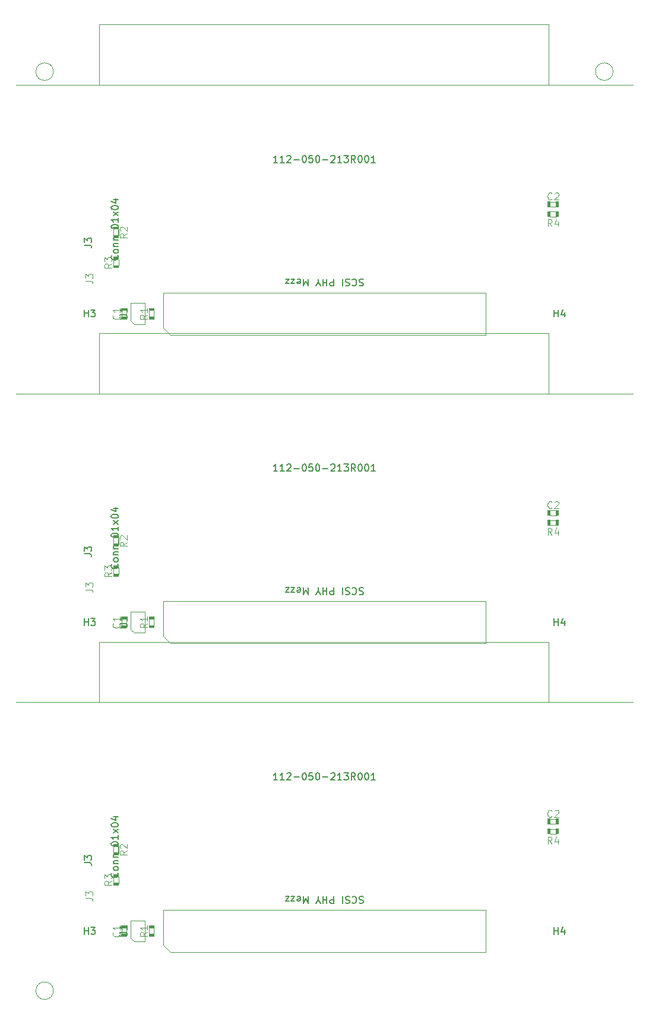
<source format=gbr>
G04 #@! TF.GenerationSoftware,KiCad,Pcbnew,8.0.6*
G04 #@! TF.CreationDate,2024-11-07T02:27:20-08:00*
G04 #@! TF.ProjectId,mse-50-ce-panel,6d73652d-3530-42d6-9365-2d70616e656c,1*
G04 #@! TF.SameCoordinates,Original*
G04 #@! TF.FileFunction,AssemblyDrawing,Top*
%FSLAX46Y46*%
G04 Gerber Fmt 4.6, Leading zero omitted, Abs format (unit mm)*
G04 Created by KiCad (PCBNEW 8.0.6) date 2024-11-07 02:27:20*
%MOMM*%
%LPD*%
G01*
G04 APERTURE LIST*
%ADD10C,0.100000*%
%ADD11C,0.150000*%
%ADD12C,0.000000*%
%ADD13C,0.120000*%
%ADD14C,0.050000*%
G04 APERTURE END LIST*
D10*
X-71687819Y98835334D02*
X-71640199Y98787715D01*
X-71640199Y98787715D02*
X-71592580Y98644858D01*
X-71592580Y98644858D02*
X-71592580Y98549620D01*
X-71592580Y98549620D02*
X-71640199Y98406763D01*
X-71640199Y98406763D02*
X-71735438Y98311525D01*
X-71735438Y98311525D02*
X-71830676Y98263906D01*
X-71830676Y98263906D02*
X-72021152Y98216287D01*
X-72021152Y98216287D02*
X-72164009Y98216287D01*
X-72164009Y98216287D02*
X-72354485Y98263906D01*
X-72354485Y98263906D02*
X-72449723Y98311525D01*
X-72449723Y98311525D02*
X-72544961Y98406763D01*
X-72544961Y98406763D02*
X-72592580Y98549620D01*
X-72592580Y98549620D02*
X-72592580Y98644858D01*
X-72592580Y98644858D02*
X-72544961Y98787715D01*
X-72544961Y98787715D02*
X-72497342Y98835334D01*
X-71592580Y99787715D02*
X-71592580Y99216287D01*
X-71592580Y99502001D02*
X-72592580Y99502001D01*
X-72592580Y99502001D02*
X-72449723Y99406763D01*
X-72449723Y99406763D02*
X-72354485Y99311525D01*
X-72354485Y99311525D02*
X-72306866Y99216287D01*
D11*
X-36876191Y59909201D02*
X-37019048Y59956821D01*
X-37019048Y59956821D02*
X-37257143Y59956821D01*
X-37257143Y59956821D02*
X-37352381Y59909201D01*
X-37352381Y59909201D02*
X-37400000Y59861582D01*
X-37400000Y59861582D02*
X-37447619Y59766344D01*
X-37447619Y59766344D02*
X-37447619Y59671106D01*
X-37447619Y59671106D02*
X-37400000Y59575868D01*
X-37400000Y59575868D02*
X-37352381Y59528249D01*
X-37352381Y59528249D02*
X-37257143Y59480630D01*
X-37257143Y59480630D02*
X-37066667Y59433011D01*
X-37066667Y59433011D02*
X-36971429Y59385392D01*
X-36971429Y59385392D02*
X-36923810Y59337773D01*
X-36923810Y59337773D02*
X-36876191Y59242535D01*
X-36876191Y59242535D02*
X-36876191Y59147297D01*
X-36876191Y59147297D02*
X-36923810Y59052059D01*
X-36923810Y59052059D02*
X-36971429Y59004440D01*
X-36971429Y59004440D02*
X-37066667Y58956821D01*
X-37066667Y58956821D02*
X-37304762Y58956821D01*
X-37304762Y58956821D02*
X-37447619Y59004440D01*
X-38447619Y59861582D02*
X-38400000Y59909201D01*
X-38400000Y59909201D02*
X-38257143Y59956821D01*
X-38257143Y59956821D02*
X-38161905Y59956821D01*
X-38161905Y59956821D02*
X-38019048Y59909201D01*
X-38019048Y59909201D02*
X-37923810Y59813963D01*
X-37923810Y59813963D02*
X-37876191Y59718725D01*
X-37876191Y59718725D02*
X-37828572Y59528249D01*
X-37828572Y59528249D02*
X-37828572Y59385392D01*
X-37828572Y59385392D02*
X-37876191Y59194916D01*
X-37876191Y59194916D02*
X-37923810Y59099678D01*
X-37923810Y59099678D02*
X-38019048Y59004440D01*
X-38019048Y59004440D02*
X-38161905Y58956821D01*
X-38161905Y58956821D02*
X-38257143Y58956821D01*
X-38257143Y58956821D02*
X-38400000Y59004440D01*
X-38400000Y59004440D02*
X-38447619Y59052059D01*
X-38828572Y59909201D02*
X-38971429Y59956821D01*
X-38971429Y59956821D02*
X-39209524Y59956821D01*
X-39209524Y59956821D02*
X-39304762Y59909201D01*
X-39304762Y59909201D02*
X-39352381Y59861582D01*
X-39352381Y59861582D02*
X-39400000Y59766344D01*
X-39400000Y59766344D02*
X-39400000Y59671106D01*
X-39400000Y59671106D02*
X-39352381Y59575868D01*
X-39352381Y59575868D02*
X-39304762Y59528249D01*
X-39304762Y59528249D02*
X-39209524Y59480630D01*
X-39209524Y59480630D02*
X-39019048Y59433011D01*
X-39019048Y59433011D02*
X-38923810Y59385392D01*
X-38923810Y59385392D02*
X-38876191Y59337773D01*
X-38876191Y59337773D02*
X-38828572Y59242535D01*
X-38828572Y59242535D02*
X-38828572Y59147297D01*
X-38828572Y59147297D02*
X-38876191Y59052059D01*
X-38876191Y59052059D02*
X-38923810Y59004440D01*
X-38923810Y59004440D02*
X-39019048Y58956821D01*
X-39019048Y58956821D02*
X-39257143Y58956821D01*
X-39257143Y58956821D02*
X-39400000Y59004440D01*
X-39828572Y59956821D02*
X-39828572Y58956821D01*
X-41066667Y59956821D02*
X-41066667Y58956821D01*
X-41066667Y58956821D02*
X-41447619Y58956821D01*
X-41447619Y58956821D02*
X-41542857Y59004440D01*
X-41542857Y59004440D02*
X-41590476Y59052059D01*
X-41590476Y59052059D02*
X-41638095Y59147297D01*
X-41638095Y59147297D02*
X-41638095Y59290154D01*
X-41638095Y59290154D02*
X-41590476Y59385392D01*
X-41590476Y59385392D02*
X-41542857Y59433011D01*
X-41542857Y59433011D02*
X-41447619Y59480630D01*
X-41447619Y59480630D02*
X-41066667Y59480630D01*
X-42066667Y59956821D02*
X-42066667Y58956821D01*
X-42066667Y59433011D02*
X-42638095Y59433011D01*
X-42638095Y59956821D02*
X-42638095Y58956821D01*
X-43304762Y59480630D02*
X-43304762Y59956821D01*
X-42971429Y58956821D02*
X-43304762Y59480630D01*
X-43304762Y59480630D02*
X-43638095Y58956821D01*
X-44733334Y59956821D02*
X-44733334Y58956821D01*
X-44733334Y58956821D02*
X-45066667Y59671106D01*
X-45066667Y59671106D02*
X-45400000Y58956821D01*
X-45400000Y58956821D02*
X-45400000Y59956821D01*
X-46257143Y59909201D02*
X-46161905Y59956821D01*
X-46161905Y59956821D02*
X-45971429Y59956821D01*
X-45971429Y59956821D02*
X-45876191Y59909201D01*
X-45876191Y59909201D02*
X-45828572Y59813963D01*
X-45828572Y59813963D02*
X-45828572Y59433011D01*
X-45828572Y59433011D02*
X-45876191Y59337773D01*
X-45876191Y59337773D02*
X-45971429Y59290154D01*
X-45971429Y59290154D02*
X-46161905Y59290154D01*
X-46161905Y59290154D02*
X-46257143Y59337773D01*
X-46257143Y59337773D02*
X-46304762Y59433011D01*
X-46304762Y59433011D02*
X-46304762Y59528249D01*
X-46304762Y59528249D02*
X-45828572Y59623487D01*
X-46638096Y59290154D02*
X-47161905Y59290154D01*
X-47161905Y59290154D02*
X-46638096Y59956821D01*
X-46638096Y59956821D02*
X-47161905Y59956821D01*
X-47447620Y59290154D02*
X-47971429Y59290154D01*
X-47971429Y59290154D02*
X-47447620Y59956821D01*
X-47447620Y59956821D02*
X-47971429Y59956821D01*
D10*
X-72742580Y18135334D02*
X-73218771Y17802001D01*
X-72742580Y17563906D02*
X-73742580Y17563906D01*
X-73742580Y17563906D02*
X-73742580Y17944858D01*
X-73742580Y17944858D02*
X-73694961Y18040096D01*
X-73694961Y18040096D02*
X-73647342Y18087715D01*
X-73647342Y18087715D02*
X-73552104Y18135334D01*
X-73552104Y18135334D02*
X-73409247Y18135334D01*
X-73409247Y18135334D02*
X-73314009Y18087715D01*
X-73314009Y18087715D02*
X-73266390Y18040096D01*
X-73266390Y18040096D02*
X-73218771Y17944858D01*
X-73218771Y17944858D02*
X-73218771Y17563906D01*
X-73742580Y18468668D02*
X-73742580Y19087715D01*
X-73742580Y19087715D02*
X-73361628Y18754382D01*
X-73361628Y18754382D02*
X-73361628Y18897239D01*
X-73361628Y18897239D02*
X-73314009Y18992477D01*
X-73314009Y18992477D02*
X-73266390Y19040096D01*
X-73266390Y19040096D02*
X-73171152Y19087715D01*
X-73171152Y19087715D02*
X-72933057Y19087715D01*
X-72933057Y19087715D02*
X-72837819Y19040096D01*
X-72837819Y19040096D02*
X-72790199Y18992477D01*
X-72790199Y18992477D02*
X-72742580Y18897239D01*
X-72742580Y18897239D02*
X-72742580Y18611525D01*
X-72742580Y18611525D02*
X-72790199Y18516287D01*
X-72790199Y18516287D02*
X-72837819Y18468668D01*
D11*
X-49090477Y32547181D02*
X-49661905Y32547181D01*
X-49376191Y32547181D02*
X-49376191Y33547181D01*
X-49376191Y33547181D02*
X-49471429Y33404324D01*
X-49471429Y33404324D02*
X-49566667Y33309086D01*
X-49566667Y33309086D02*
X-49661905Y33261467D01*
X-48138096Y32547181D02*
X-48709524Y32547181D01*
X-48423810Y32547181D02*
X-48423810Y33547181D01*
X-48423810Y33547181D02*
X-48519048Y33404324D01*
X-48519048Y33404324D02*
X-48614286Y33309086D01*
X-48614286Y33309086D02*
X-48709524Y33261467D01*
X-47757143Y33451943D02*
X-47709524Y33499562D01*
X-47709524Y33499562D02*
X-47614286Y33547181D01*
X-47614286Y33547181D02*
X-47376191Y33547181D01*
X-47376191Y33547181D02*
X-47280953Y33499562D01*
X-47280953Y33499562D02*
X-47233334Y33451943D01*
X-47233334Y33451943D02*
X-47185715Y33356705D01*
X-47185715Y33356705D02*
X-47185715Y33261467D01*
X-47185715Y33261467D02*
X-47233334Y33118610D01*
X-47233334Y33118610D02*
X-47804762Y32547181D01*
X-47804762Y32547181D02*
X-47185715Y32547181D01*
X-46757143Y32928134D02*
X-45995238Y32928134D01*
X-45328572Y33547181D02*
X-45233334Y33547181D01*
X-45233334Y33547181D02*
X-45138096Y33499562D01*
X-45138096Y33499562D02*
X-45090477Y33451943D01*
X-45090477Y33451943D02*
X-45042858Y33356705D01*
X-45042858Y33356705D02*
X-44995239Y33166229D01*
X-44995239Y33166229D02*
X-44995239Y32928134D01*
X-44995239Y32928134D02*
X-45042858Y32737658D01*
X-45042858Y32737658D02*
X-45090477Y32642420D01*
X-45090477Y32642420D02*
X-45138096Y32594800D01*
X-45138096Y32594800D02*
X-45233334Y32547181D01*
X-45233334Y32547181D02*
X-45328572Y32547181D01*
X-45328572Y32547181D02*
X-45423810Y32594800D01*
X-45423810Y32594800D02*
X-45471429Y32642420D01*
X-45471429Y32642420D02*
X-45519048Y32737658D01*
X-45519048Y32737658D02*
X-45566667Y32928134D01*
X-45566667Y32928134D02*
X-45566667Y33166229D01*
X-45566667Y33166229D02*
X-45519048Y33356705D01*
X-45519048Y33356705D02*
X-45471429Y33451943D01*
X-45471429Y33451943D02*
X-45423810Y33499562D01*
X-45423810Y33499562D02*
X-45328572Y33547181D01*
X-44090477Y33547181D02*
X-44566667Y33547181D01*
X-44566667Y33547181D02*
X-44614286Y33070991D01*
X-44614286Y33070991D02*
X-44566667Y33118610D01*
X-44566667Y33118610D02*
X-44471429Y33166229D01*
X-44471429Y33166229D02*
X-44233334Y33166229D01*
X-44233334Y33166229D02*
X-44138096Y33118610D01*
X-44138096Y33118610D02*
X-44090477Y33070991D01*
X-44090477Y33070991D02*
X-44042858Y32975753D01*
X-44042858Y32975753D02*
X-44042858Y32737658D01*
X-44042858Y32737658D02*
X-44090477Y32642420D01*
X-44090477Y32642420D02*
X-44138096Y32594800D01*
X-44138096Y32594800D02*
X-44233334Y32547181D01*
X-44233334Y32547181D02*
X-44471429Y32547181D01*
X-44471429Y32547181D02*
X-44566667Y32594800D01*
X-44566667Y32594800D02*
X-44614286Y32642420D01*
X-43423810Y33547181D02*
X-43328572Y33547181D01*
X-43328572Y33547181D02*
X-43233334Y33499562D01*
X-43233334Y33499562D02*
X-43185715Y33451943D01*
X-43185715Y33451943D02*
X-43138096Y33356705D01*
X-43138096Y33356705D02*
X-43090477Y33166229D01*
X-43090477Y33166229D02*
X-43090477Y32928134D01*
X-43090477Y32928134D02*
X-43138096Y32737658D01*
X-43138096Y32737658D02*
X-43185715Y32642420D01*
X-43185715Y32642420D02*
X-43233334Y32594800D01*
X-43233334Y32594800D02*
X-43328572Y32547181D01*
X-43328572Y32547181D02*
X-43423810Y32547181D01*
X-43423810Y32547181D02*
X-43519048Y32594800D01*
X-43519048Y32594800D02*
X-43566667Y32642420D01*
X-43566667Y32642420D02*
X-43614286Y32737658D01*
X-43614286Y32737658D02*
X-43661905Y32928134D01*
X-43661905Y32928134D02*
X-43661905Y33166229D01*
X-43661905Y33166229D02*
X-43614286Y33356705D01*
X-43614286Y33356705D02*
X-43566667Y33451943D01*
X-43566667Y33451943D02*
X-43519048Y33499562D01*
X-43519048Y33499562D02*
X-43423810Y33547181D01*
X-42661905Y32928134D02*
X-41900000Y32928134D01*
X-41471429Y33451943D02*
X-41423810Y33499562D01*
X-41423810Y33499562D02*
X-41328572Y33547181D01*
X-41328572Y33547181D02*
X-41090477Y33547181D01*
X-41090477Y33547181D02*
X-40995239Y33499562D01*
X-40995239Y33499562D02*
X-40947620Y33451943D01*
X-40947620Y33451943D02*
X-40900001Y33356705D01*
X-40900001Y33356705D02*
X-40900001Y33261467D01*
X-40900001Y33261467D02*
X-40947620Y33118610D01*
X-40947620Y33118610D02*
X-41519048Y32547181D01*
X-41519048Y32547181D02*
X-40900001Y32547181D01*
X-39947620Y32547181D02*
X-40519048Y32547181D01*
X-40233334Y32547181D02*
X-40233334Y33547181D01*
X-40233334Y33547181D02*
X-40328572Y33404324D01*
X-40328572Y33404324D02*
X-40423810Y33309086D01*
X-40423810Y33309086D02*
X-40519048Y33261467D01*
X-39614286Y33547181D02*
X-38995239Y33547181D01*
X-38995239Y33547181D02*
X-39328572Y33166229D01*
X-39328572Y33166229D02*
X-39185715Y33166229D01*
X-39185715Y33166229D02*
X-39090477Y33118610D01*
X-39090477Y33118610D02*
X-39042858Y33070991D01*
X-39042858Y33070991D02*
X-38995239Y32975753D01*
X-38995239Y32975753D02*
X-38995239Y32737658D01*
X-38995239Y32737658D02*
X-39042858Y32642420D01*
X-39042858Y32642420D02*
X-39090477Y32594800D01*
X-39090477Y32594800D02*
X-39185715Y32547181D01*
X-39185715Y32547181D02*
X-39471429Y32547181D01*
X-39471429Y32547181D02*
X-39566667Y32594800D01*
X-39566667Y32594800D02*
X-39614286Y32642420D01*
X-37995239Y32547181D02*
X-38328572Y33023372D01*
X-38566667Y32547181D02*
X-38566667Y33547181D01*
X-38566667Y33547181D02*
X-38185715Y33547181D01*
X-38185715Y33547181D02*
X-38090477Y33499562D01*
X-38090477Y33499562D02*
X-38042858Y33451943D01*
X-38042858Y33451943D02*
X-37995239Y33356705D01*
X-37995239Y33356705D02*
X-37995239Y33213848D01*
X-37995239Y33213848D02*
X-38042858Y33118610D01*
X-38042858Y33118610D02*
X-38090477Y33070991D01*
X-38090477Y33070991D02*
X-38185715Y33023372D01*
X-38185715Y33023372D02*
X-38566667Y33023372D01*
X-37376191Y33547181D02*
X-37280953Y33547181D01*
X-37280953Y33547181D02*
X-37185715Y33499562D01*
X-37185715Y33499562D02*
X-37138096Y33451943D01*
X-37138096Y33451943D02*
X-37090477Y33356705D01*
X-37090477Y33356705D02*
X-37042858Y33166229D01*
X-37042858Y33166229D02*
X-37042858Y32928134D01*
X-37042858Y32928134D02*
X-37090477Y32737658D01*
X-37090477Y32737658D02*
X-37138096Y32642420D01*
X-37138096Y32642420D02*
X-37185715Y32594800D01*
X-37185715Y32594800D02*
X-37280953Y32547181D01*
X-37280953Y32547181D02*
X-37376191Y32547181D01*
X-37376191Y32547181D02*
X-37471429Y32594800D01*
X-37471429Y32594800D02*
X-37519048Y32642420D01*
X-37519048Y32642420D02*
X-37566667Y32737658D01*
X-37566667Y32737658D02*
X-37614286Y32928134D01*
X-37614286Y32928134D02*
X-37614286Y33166229D01*
X-37614286Y33166229D02*
X-37566667Y33356705D01*
X-37566667Y33356705D02*
X-37519048Y33451943D01*
X-37519048Y33451943D02*
X-37471429Y33499562D01*
X-37471429Y33499562D02*
X-37376191Y33547181D01*
X-36423810Y33547181D02*
X-36328572Y33547181D01*
X-36328572Y33547181D02*
X-36233334Y33499562D01*
X-36233334Y33499562D02*
X-36185715Y33451943D01*
X-36185715Y33451943D02*
X-36138096Y33356705D01*
X-36138096Y33356705D02*
X-36090477Y33166229D01*
X-36090477Y33166229D02*
X-36090477Y32928134D01*
X-36090477Y32928134D02*
X-36138096Y32737658D01*
X-36138096Y32737658D02*
X-36185715Y32642420D01*
X-36185715Y32642420D02*
X-36233334Y32594800D01*
X-36233334Y32594800D02*
X-36328572Y32547181D01*
X-36328572Y32547181D02*
X-36423810Y32547181D01*
X-36423810Y32547181D02*
X-36519048Y32594800D01*
X-36519048Y32594800D02*
X-36566667Y32642420D01*
X-36566667Y32642420D02*
X-36614286Y32737658D01*
X-36614286Y32737658D02*
X-36661905Y32928134D01*
X-36661905Y32928134D02*
X-36661905Y33166229D01*
X-36661905Y33166229D02*
X-36614286Y33356705D01*
X-36614286Y33356705D02*
X-36566667Y33451943D01*
X-36566667Y33451943D02*
X-36519048Y33499562D01*
X-36519048Y33499562D02*
X-36423810Y33547181D01*
X-35138096Y32547181D02*
X-35709524Y32547181D01*
X-35423810Y32547181D02*
X-35423810Y33547181D01*
X-35423810Y33547181D02*
X-35519048Y33404324D01*
X-35519048Y33404324D02*
X-35614286Y33309086D01*
X-35614286Y33309086D02*
X-35709524Y33261467D01*
D10*
X-72742580Y62135334D02*
X-73218771Y61802001D01*
X-72742580Y61563906D02*
X-73742580Y61563906D01*
X-73742580Y61563906D02*
X-73742580Y61944858D01*
X-73742580Y61944858D02*
X-73694961Y62040096D01*
X-73694961Y62040096D02*
X-73647342Y62087715D01*
X-73647342Y62087715D02*
X-73552104Y62135334D01*
X-73552104Y62135334D02*
X-73409247Y62135334D01*
X-73409247Y62135334D02*
X-73314009Y62087715D01*
X-73314009Y62087715D02*
X-73266390Y62040096D01*
X-73266390Y62040096D02*
X-73218771Y61944858D01*
X-73218771Y61944858D02*
X-73218771Y61563906D01*
X-73742580Y62468668D02*
X-73742580Y63087715D01*
X-73742580Y63087715D02*
X-73361628Y62754382D01*
X-73361628Y62754382D02*
X-73361628Y62897239D01*
X-73361628Y62897239D02*
X-73314009Y62992477D01*
X-73314009Y62992477D02*
X-73266390Y63040096D01*
X-73266390Y63040096D02*
X-73171152Y63087715D01*
X-73171152Y63087715D02*
X-72933057Y63087715D01*
X-72933057Y63087715D02*
X-72837819Y63040096D01*
X-72837819Y63040096D02*
X-72790199Y62992477D01*
X-72790199Y62992477D02*
X-72742580Y62897239D01*
X-72742580Y62897239D02*
X-72742580Y62611525D01*
X-72742580Y62611525D02*
X-72790199Y62516287D01*
X-72790199Y62516287D02*
X-72837819Y62468668D01*
D11*
X-71545182Y54240096D02*
X-70735659Y54240096D01*
X-70735659Y54240096D02*
X-70640421Y54287715D01*
X-70640421Y54287715D02*
X-70592801Y54335334D01*
X-70592801Y54335334D02*
X-70545182Y54430572D01*
X-70545182Y54430572D02*
X-70545182Y54621048D01*
X-70545182Y54621048D02*
X-70592801Y54716286D01*
X-70592801Y54716286D02*
X-70640421Y54763905D01*
X-70640421Y54763905D02*
X-70735659Y54811524D01*
X-70735659Y54811524D02*
X-71545182Y54811524D01*
X-70545182Y55811524D02*
X-70545182Y55240096D01*
X-70545182Y55525810D02*
X-71545182Y55525810D01*
X-71545182Y55525810D02*
X-71402325Y55430572D01*
X-71402325Y55430572D02*
X-71307087Y55335334D01*
X-71307087Y55335334D02*
X-71259468Y55240096D01*
D10*
X-71687819Y54835334D02*
X-71640199Y54787715D01*
X-71640199Y54787715D02*
X-71592580Y54644858D01*
X-71592580Y54644858D02*
X-71592580Y54549620D01*
X-71592580Y54549620D02*
X-71640199Y54406763D01*
X-71640199Y54406763D02*
X-71735438Y54311525D01*
X-71735438Y54311525D02*
X-71830676Y54263906D01*
X-71830676Y54263906D02*
X-72021152Y54216287D01*
X-72021152Y54216287D02*
X-72164009Y54216287D01*
X-72164009Y54216287D02*
X-72354485Y54263906D01*
X-72354485Y54263906D02*
X-72449723Y54311525D01*
X-72449723Y54311525D02*
X-72544961Y54406763D01*
X-72544961Y54406763D02*
X-72592580Y54549620D01*
X-72592580Y54549620D02*
X-72592580Y54644858D01*
X-72592580Y54644858D02*
X-72544961Y54787715D01*
X-72544961Y54787715D02*
X-72497342Y54835334D01*
X-71592580Y55787715D02*
X-71592580Y55216287D01*
X-71592580Y55502001D02*
X-72592580Y55502001D01*
X-72592580Y55502001D02*
X-72449723Y55406763D01*
X-72449723Y55406763D02*
X-72354485Y55311525D01*
X-72354485Y55311525D02*
X-72306866Y55216287D01*
X-9966667Y67444581D02*
X-10300000Y67920772D01*
X-10538095Y67444581D02*
X-10538095Y68444581D01*
X-10538095Y68444581D02*
X-10157143Y68444581D01*
X-10157143Y68444581D02*
X-10061905Y68396962D01*
X-10061905Y68396962D02*
X-10014286Y68349343D01*
X-10014286Y68349343D02*
X-9966667Y68254105D01*
X-9966667Y68254105D02*
X-9966667Y68111248D01*
X-9966667Y68111248D02*
X-10014286Y68016010D01*
X-10014286Y68016010D02*
X-10061905Y67968391D01*
X-10061905Y67968391D02*
X-10157143Y67920772D01*
X-10157143Y67920772D02*
X-10538095Y67920772D01*
X-9109524Y68111248D02*
X-9109524Y67444581D01*
X-9347619Y68492200D02*
X-9585714Y67777915D01*
X-9585714Y67777915D02*
X-8966667Y67777915D01*
X-70542582Y110435334D02*
X-71018773Y110102001D01*
X-70542582Y109863906D02*
X-71542582Y109863906D01*
X-71542582Y109863906D02*
X-71542582Y110244858D01*
X-71542582Y110244858D02*
X-71494963Y110340096D01*
X-71494963Y110340096D02*
X-71447344Y110387715D01*
X-71447344Y110387715D02*
X-71352106Y110435334D01*
X-71352106Y110435334D02*
X-71209249Y110435334D01*
X-71209249Y110435334D02*
X-71114011Y110387715D01*
X-71114011Y110387715D02*
X-71066392Y110340096D01*
X-71066392Y110340096D02*
X-71018773Y110244858D01*
X-71018773Y110244858D02*
X-71018773Y109863906D01*
X-71447344Y110816287D02*
X-71494963Y110863906D01*
X-71494963Y110863906D02*
X-71542582Y110959144D01*
X-71542582Y110959144D02*
X-71542582Y111197239D01*
X-71542582Y111197239D02*
X-71494963Y111292477D01*
X-71494963Y111292477D02*
X-71447344Y111340096D01*
X-71447344Y111340096D02*
X-71352106Y111387715D01*
X-71352106Y111387715D02*
X-71256868Y111387715D01*
X-71256868Y111387715D02*
X-71114011Y111340096D01*
X-71114011Y111340096D02*
X-70542582Y110768668D01*
X-70542582Y110768668D02*
X-70542582Y111387715D01*
X-9966667Y115339819D02*
X-10014286Y115292199D01*
X-10014286Y115292199D02*
X-10157143Y115244580D01*
X-10157143Y115244580D02*
X-10252381Y115244580D01*
X-10252381Y115244580D02*
X-10395238Y115292199D01*
X-10395238Y115292199D02*
X-10490476Y115387438D01*
X-10490476Y115387438D02*
X-10538095Y115482676D01*
X-10538095Y115482676D02*
X-10585714Y115673152D01*
X-10585714Y115673152D02*
X-10585714Y115816009D01*
X-10585714Y115816009D02*
X-10538095Y116006485D01*
X-10538095Y116006485D02*
X-10490476Y116101723D01*
X-10490476Y116101723D02*
X-10395238Y116196961D01*
X-10395238Y116196961D02*
X-10252381Y116244580D01*
X-10252381Y116244580D02*
X-10157143Y116244580D01*
X-10157143Y116244580D02*
X-10014286Y116196961D01*
X-10014286Y116196961D02*
X-9966667Y116149342D01*
X-9585714Y116149342D02*
X-9538095Y116196961D01*
X-9538095Y116196961D02*
X-9442857Y116244580D01*
X-9442857Y116244580D02*
X-9204762Y116244580D01*
X-9204762Y116244580D02*
X-9109524Y116196961D01*
X-9109524Y116196961D02*
X-9061905Y116149342D01*
X-9061905Y116149342D02*
X-9014286Y116054104D01*
X-9014286Y116054104D02*
X-9014286Y115958866D01*
X-9014286Y115958866D02*
X-9061905Y115816009D01*
X-9061905Y115816009D02*
X-9633333Y115244580D01*
X-9633333Y115244580D02*
X-9014286Y115244580D01*
X-76442581Y59668667D02*
X-75728296Y59668667D01*
X-75728296Y59668667D02*
X-75585439Y59621048D01*
X-75585439Y59621048D02*
X-75490200Y59525810D01*
X-75490200Y59525810D02*
X-75442581Y59382953D01*
X-75442581Y59382953D02*
X-75442581Y59287715D01*
X-76442581Y60049620D02*
X-76442581Y60668667D01*
X-76442581Y60668667D02*
X-76061629Y60335334D01*
X-76061629Y60335334D02*
X-76061629Y60478191D01*
X-76061629Y60478191D02*
X-76014010Y60573429D01*
X-76014010Y60573429D02*
X-75966391Y60621048D01*
X-75966391Y60621048D02*
X-75871153Y60668667D01*
X-75871153Y60668667D02*
X-75633058Y60668667D01*
X-75633058Y60668667D02*
X-75537820Y60621048D01*
X-75537820Y60621048D02*
X-75490200Y60573429D01*
X-75490200Y60573429D02*
X-75442581Y60478191D01*
X-75442581Y60478191D02*
X-75442581Y60192477D01*
X-75442581Y60192477D02*
X-75490200Y60097239D01*
X-75490200Y60097239D02*
X-75537820Y60049620D01*
D11*
X-71900421Y63273905D02*
X-71852801Y63226286D01*
X-71852801Y63226286D02*
X-71805182Y63083429D01*
X-71805182Y63083429D02*
X-71805182Y62988191D01*
X-71805182Y62988191D02*
X-71852801Y62845334D01*
X-71852801Y62845334D02*
X-71948040Y62750096D01*
X-71948040Y62750096D02*
X-72043278Y62702477D01*
X-72043278Y62702477D02*
X-72233754Y62654858D01*
X-72233754Y62654858D02*
X-72376611Y62654858D01*
X-72376611Y62654858D02*
X-72567087Y62702477D01*
X-72567087Y62702477D02*
X-72662325Y62750096D01*
X-72662325Y62750096D02*
X-72757563Y62845334D01*
X-72757563Y62845334D02*
X-72805182Y62988191D01*
X-72805182Y62988191D02*
X-72805182Y63083429D01*
X-72805182Y63083429D02*
X-72757563Y63226286D01*
X-72757563Y63226286D02*
X-72709944Y63273905D01*
X-71805182Y63845334D02*
X-71852801Y63750096D01*
X-71852801Y63750096D02*
X-71900421Y63702477D01*
X-71900421Y63702477D02*
X-71995659Y63654858D01*
X-71995659Y63654858D02*
X-72281373Y63654858D01*
X-72281373Y63654858D02*
X-72376611Y63702477D01*
X-72376611Y63702477D02*
X-72424230Y63750096D01*
X-72424230Y63750096D02*
X-72471849Y63845334D01*
X-72471849Y63845334D02*
X-72471849Y63988191D01*
X-72471849Y63988191D02*
X-72424230Y64083429D01*
X-72424230Y64083429D02*
X-72376611Y64131048D01*
X-72376611Y64131048D02*
X-72281373Y64178667D01*
X-72281373Y64178667D02*
X-71995659Y64178667D01*
X-71995659Y64178667D02*
X-71900421Y64131048D01*
X-71900421Y64131048D02*
X-71852801Y64083429D01*
X-71852801Y64083429D02*
X-71805182Y63988191D01*
X-71805182Y63988191D02*
X-71805182Y63845334D01*
X-72471849Y64607239D02*
X-71805182Y64607239D01*
X-72376611Y64607239D02*
X-72424230Y64654858D01*
X-72424230Y64654858D02*
X-72471849Y64750096D01*
X-72471849Y64750096D02*
X-72471849Y64892953D01*
X-72471849Y64892953D02*
X-72424230Y64988191D01*
X-72424230Y64988191D02*
X-72328992Y65035810D01*
X-72328992Y65035810D02*
X-71805182Y65035810D01*
X-72471849Y65512001D02*
X-71805182Y65512001D01*
X-72376611Y65512001D02*
X-72424230Y65559620D01*
X-72424230Y65559620D02*
X-72471849Y65654858D01*
X-72471849Y65654858D02*
X-72471849Y65797715D01*
X-72471849Y65797715D02*
X-72424230Y65892953D01*
X-72424230Y65892953D02*
X-72328992Y65940572D01*
X-72328992Y65940572D02*
X-71805182Y65940572D01*
X-71709944Y66178667D02*
X-71709944Y66940572D01*
X-72805182Y67369144D02*
X-72805182Y67464382D01*
X-72805182Y67464382D02*
X-72757563Y67559620D01*
X-72757563Y67559620D02*
X-72709944Y67607239D01*
X-72709944Y67607239D02*
X-72614706Y67654858D01*
X-72614706Y67654858D02*
X-72424230Y67702477D01*
X-72424230Y67702477D02*
X-72186135Y67702477D01*
X-72186135Y67702477D02*
X-71995659Y67654858D01*
X-71995659Y67654858D02*
X-71900421Y67607239D01*
X-71900421Y67607239D02*
X-71852801Y67559620D01*
X-71852801Y67559620D02*
X-71805182Y67464382D01*
X-71805182Y67464382D02*
X-71805182Y67369144D01*
X-71805182Y67369144D02*
X-71852801Y67273906D01*
X-71852801Y67273906D02*
X-71900421Y67226287D01*
X-71900421Y67226287D02*
X-71995659Y67178668D01*
X-71995659Y67178668D02*
X-72186135Y67131049D01*
X-72186135Y67131049D02*
X-72424230Y67131049D01*
X-72424230Y67131049D02*
X-72614706Y67178668D01*
X-72614706Y67178668D02*
X-72709944Y67226287D01*
X-72709944Y67226287D02*
X-72757563Y67273906D01*
X-72757563Y67273906D02*
X-72805182Y67369144D01*
X-71805182Y68654858D02*
X-71805182Y68083430D01*
X-71805182Y68369144D02*
X-72805182Y68369144D01*
X-72805182Y68369144D02*
X-72662325Y68273906D01*
X-72662325Y68273906D02*
X-72567087Y68178668D01*
X-72567087Y68178668D02*
X-72519468Y68083430D01*
X-71805182Y68988192D02*
X-72471849Y69512001D01*
X-72471849Y68988192D02*
X-71805182Y69512001D01*
X-72805182Y70083430D02*
X-72805182Y70178668D01*
X-72805182Y70178668D02*
X-72757563Y70273906D01*
X-72757563Y70273906D02*
X-72709944Y70321525D01*
X-72709944Y70321525D02*
X-72614706Y70369144D01*
X-72614706Y70369144D02*
X-72424230Y70416763D01*
X-72424230Y70416763D02*
X-72186135Y70416763D01*
X-72186135Y70416763D02*
X-71995659Y70369144D01*
X-71995659Y70369144D02*
X-71900421Y70321525D01*
X-71900421Y70321525D02*
X-71852801Y70273906D01*
X-71852801Y70273906D02*
X-71805182Y70178668D01*
X-71805182Y70178668D02*
X-71805182Y70083430D01*
X-71805182Y70083430D02*
X-71852801Y69988192D01*
X-71852801Y69988192D02*
X-71900421Y69940573D01*
X-71900421Y69940573D02*
X-71995659Y69892954D01*
X-71995659Y69892954D02*
X-72186135Y69845335D01*
X-72186135Y69845335D02*
X-72424230Y69845335D01*
X-72424230Y69845335D02*
X-72614706Y69892954D01*
X-72614706Y69892954D02*
X-72709944Y69940573D01*
X-72709944Y69940573D02*
X-72757563Y69988192D01*
X-72757563Y69988192D02*
X-72805182Y70083430D01*
X-72471849Y71273906D02*
X-71805182Y71273906D01*
X-72852801Y71035811D02*
X-72138516Y70797716D01*
X-72138516Y70797716D02*
X-72138516Y71416763D01*
X-76615181Y64773667D02*
X-75900896Y64773667D01*
X-75900896Y64773667D02*
X-75758039Y64726048D01*
X-75758039Y64726048D02*
X-75662800Y64630810D01*
X-75662800Y64630810D02*
X-75615181Y64487953D01*
X-75615181Y64487953D02*
X-75615181Y64392715D01*
X-76615181Y65154620D02*
X-76615181Y65773667D01*
X-76615181Y65773667D02*
X-76234229Y65440334D01*
X-76234229Y65440334D02*
X-76234229Y65583191D01*
X-76234229Y65583191D02*
X-76186610Y65678429D01*
X-76186610Y65678429D02*
X-76138991Y65726048D01*
X-76138991Y65726048D02*
X-76043753Y65773667D01*
X-76043753Y65773667D02*
X-75805658Y65773667D01*
X-75805658Y65773667D02*
X-75710420Y65726048D01*
X-75710420Y65726048D02*
X-75662800Y65678429D01*
X-75662800Y65678429D02*
X-75615181Y65583191D01*
X-75615181Y65583191D02*
X-75615181Y65297477D01*
X-75615181Y65297477D02*
X-75662800Y65202239D01*
X-75662800Y65202239D02*
X-75710420Y65154620D01*
D10*
X-67692580Y10835334D02*
X-68168771Y10502001D01*
X-67692580Y10263906D02*
X-68692580Y10263906D01*
X-68692580Y10263906D02*
X-68692580Y10644858D01*
X-68692580Y10644858D02*
X-68644961Y10740096D01*
X-68644961Y10740096D02*
X-68597342Y10787715D01*
X-68597342Y10787715D02*
X-68502104Y10835334D01*
X-68502104Y10835334D02*
X-68359247Y10835334D01*
X-68359247Y10835334D02*
X-68264009Y10787715D01*
X-68264009Y10787715D02*
X-68216390Y10740096D01*
X-68216390Y10740096D02*
X-68168771Y10644858D01*
X-68168771Y10644858D02*
X-68168771Y10263906D01*
X-67692580Y11787715D02*
X-67692580Y11216287D01*
X-67692580Y11502001D02*
X-68692580Y11502001D01*
X-68692580Y11502001D02*
X-68549723Y11406763D01*
X-68549723Y11406763D02*
X-68454485Y11311525D01*
X-68454485Y11311525D02*
X-68406866Y11216287D01*
X-76442581Y103668667D02*
X-75728296Y103668667D01*
X-75728296Y103668667D02*
X-75585439Y103621048D01*
X-75585439Y103621048D02*
X-75490200Y103525810D01*
X-75490200Y103525810D02*
X-75442581Y103382953D01*
X-75442581Y103382953D02*
X-75442581Y103287715D01*
X-76442581Y104049620D02*
X-76442581Y104668667D01*
X-76442581Y104668667D02*
X-76061629Y104335334D01*
X-76061629Y104335334D02*
X-76061629Y104478191D01*
X-76061629Y104478191D02*
X-76014010Y104573429D01*
X-76014010Y104573429D02*
X-75966391Y104621048D01*
X-75966391Y104621048D02*
X-75871153Y104668667D01*
X-75871153Y104668667D02*
X-75633058Y104668667D01*
X-75633058Y104668667D02*
X-75537820Y104621048D01*
X-75537820Y104621048D02*
X-75490200Y104573429D01*
X-75490200Y104573429D02*
X-75442581Y104478191D01*
X-75442581Y104478191D02*
X-75442581Y104192477D01*
X-75442581Y104192477D02*
X-75490200Y104097239D01*
X-75490200Y104097239D02*
X-75537820Y104049620D01*
D11*
X-71900421Y107273905D02*
X-71852801Y107226286D01*
X-71852801Y107226286D02*
X-71805182Y107083429D01*
X-71805182Y107083429D02*
X-71805182Y106988191D01*
X-71805182Y106988191D02*
X-71852801Y106845334D01*
X-71852801Y106845334D02*
X-71948040Y106750096D01*
X-71948040Y106750096D02*
X-72043278Y106702477D01*
X-72043278Y106702477D02*
X-72233754Y106654858D01*
X-72233754Y106654858D02*
X-72376611Y106654858D01*
X-72376611Y106654858D02*
X-72567087Y106702477D01*
X-72567087Y106702477D02*
X-72662325Y106750096D01*
X-72662325Y106750096D02*
X-72757563Y106845334D01*
X-72757563Y106845334D02*
X-72805182Y106988191D01*
X-72805182Y106988191D02*
X-72805182Y107083429D01*
X-72805182Y107083429D02*
X-72757563Y107226286D01*
X-72757563Y107226286D02*
X-72709944Y107273905D01*
X-71805182Y107845334D02*
X-71852801Y107750096D01*
X-71852801Y107750096D02*
X-71900421Y107702477D01*
X-71900421Y107702477D02*
X-71995659Y107654858D01*
X-71995659Y107654858D02*
X-72281373Y107654858D01*
X-72281373Y107654858D02*
X-72376611Y107702477D01*
X-72376611Y107702477D02*
X-72424230Y107750096D01*
X-72424230Y107750096D02*
X-72471849Y107845334D01*
X-72471849Y107845334D02*
X-72471849Y107988191D01*
X-72471849Y107988191D02*
X-72424230Y108083429D01*
X-72424230Y108083429D02*
X-72376611Y108131048D01*
X-72376611Y108131048D02*
X-72281373Y108178667D01*
X-72281373Y108178667D02*
X-71995659Y108178667D01*
X-71995659Y108178667D02*
X-71900421Y108131048D01*
X-71900421Y108131048D02*
X-71852801Y108083429D01*
X-71852801Y108083429D02*
X-71805182Y107988191D01*
X-71805182Y107988191D02*
X-71805182Y107845334D01*
X-72471849Y108607239D02*
X-71805182Y108607239D01*
X-72376611Y108607239D02*
X-72424230Y108654858D01*
X-72424230Y108654858D02*
X-72471849Y108750096D01*
X-72471849Y108750096D02*
X-72471849Y108892953D01*
X-72471849Y108892953D02*
X-72424230Y108988191D01*
X-72424230Y108988191D02*
X-72328992Y109035810D01*
X-72328992Y109035810D02*
X-71805182Y109035810D01*
X-72471849Y109512001D02*
X-71805182Y109512001D01*
X-72376611Y109512001D02*
X-72424230Y109559620D01*
X-72424230Y109559620D02*
X-72471849Y109654858D01*
X-72471849Y109654858D02*
X-72471849Y109797715D01*
X-72471849Y109797715D02*
X-72424230Y109892953D01*
X-72424230Y109892953D02*
X-72328992Y109940572D01*
X-72328992Y109940572D02*
X-71805182Y109940572D01*
X-71709944Y110178667D02*
X-71709944Y110940572D01*
X-72805182Y111369144D02*
X-72805182Y111464382D01*
X-72805182Y111464382D02*
X-72757563Y111559620D01*
X-72757563Y111559620D02*
X-72709944Y111607239D01*
X-72709944Y111607239D02*
X-72614706Y111654858D01*
X-72614706Y111654858D02*
X-72424230Y111702477D01*
X-72424230Y111702477D02*
X-72186135Y111702477D01*
X-72186135Y111702477D02*
X-71995659Y111654858D01*
X-71995659Y111654858D02*
X-71900421Y111607239D01*
X-71900421Y111607239D02*
X-71852801Y111559620D01*
X-71852801Y111559620D02*
X-71805182Y111464382D01*
X-71805182Y111464382D02*
X-71805182Y111369144D01*
X-71805182Y111369144D02*
X-71852801Y111273906D01*
X-71852801Y111273906D02*
X-71900421Y111226287D01*
X-71900421Y111226287D02*
X-71995659Y111178668D01*
X-71995659Y111178668D02*
X-72186135Y111131049D01*
X-72186135Y111131049D02*
X-72424230Y111131049D01*
X-72424230Y111131049D02*
X-72614706Y111178668D01*
X-72614706Y111178668D02*
X-72709944Y111226287D01*
X-72709944Y111226287D02*
X-72757563Y111273906D01*
X-72757563Y111273906D02*
X-72805182Y111369144D01*
X-71805182Y112654858D02*
X-71805182Y112083430D01*
X-71805182Y112369144D02*
X-72805182Y112369144D01*
X-72805182Y112369144D02*
X-72662325Y112273906D01*
X-72662325Y112273906D02*
X-72567087Y112178668D01*
X-72567087Y112178668D02*
X-72519468Y112083430D01*
X-71805182Y112988192D02*
X-72471849Y113512001D01*
X-72471849Y112988192D02*
X-71805182Y113512001D01*
X-72805182Y114083430D02*
X-72805182Y114178668D01*
X-72805182Y114178668D02*
X-72757563Y114273906D01*
X-72757563Y114273906D02*
X-72709944Y114321525D01*
X-72709944Y114321525D02*
X-72614706Y114369144D01*
X-72614706Y114369144D02*
X-72424230Y114416763D01*
X-72424230Y114416763D02*
X-72186135Y114416763D01*
X-72186135Y114416763D02*
X-71995659Y114369144D01*
X-71995659Y114369144D02*
X-71900421Y114321525D01*
X-71900421Y114321525D02*
X-71852801Y114273906D01*
X-71852801Y114273906D02*
X-71805182Y114178668D01*
X-71805182Y114178668D02*
X-71805182Y114083430D01*
X-71805182Y114083430D02*
X-71852801Y113988192D01*
X-71852801Y113988192D02*
X-71900421Y113940573D01*
X-71900421Y113940573D02*
X-71995659Y113892954D01*
X-71995659Y113892954D02*
X-72186135Y113845335D01*
X-72186135Y113845335D02*
X-72424230Y113845335D01*
X-72424230Y113845335D02*
X-72614706Y113892954D01*
X-72614706Y113892954D02*
X-72709944Y113940573D01*
X-72709944Y113940573D02*
X-72757563Y113988192D01*
X-72757563Y113988192D02*
X-72805182Y114083430D01*
X-72471849Y115273906D02*
X-71805182Y115273906D01*
X-72852801Y115035811D02*
X-72138516Y114797716D01*
X-72138516Y114797716D02*
X-72138516Y115416763D01*
X-76615181Y108773667D02*
X-75900896Y108773667D01*
X-75900896Y108773667D02*
X-75758039Y108726048D01*
X-75758039Y108726048D02*
X-75662800Y108630810D01*
X-75662800Y108630810D02*
X-75615181Y108487953D01*
X-75615181Y108487953D02*
X-75615181Y108392715D01*
X-76615181Y109154620D02*
X-76615181Y109773667D01*
X-76615181Y109773667D02*
X-76234229Y109440334D01*
X-76234229Y109440334D02*
X-76234229Y109583191D01*
X-76234229Y109583191D02*
X-76186610Y109678429D01*
X-76186610Y109678429D02*
X-76138991Y109726048D01*
X-76138991Y109726048D02*
X-76043753Y109773667D01*
X-76043753Y109773667D02*
X-75805658Y109773667D01*
X-75805658Y109773667D02*
X-75710420Y109726048D01*
X-75710420Y109726048D02*
X-75662800Y109678429D01*
X-75662800Y109678429D02*
X-75615181Y109583191D01*
X-75615181Y109583191D02*
X-75615181Y109297477D01*
X-75615181Y109297477D02*
X-75662800Y109202239D01*
X-75662800Y109202239D02*
X-75710420Y109154620D01*
D10*
X-9966667Y71339819D02*
X-10014286Y71292199D01*
X-10014286Y71292199D02*
X-10157143Y71244580D01*
X-10157143Y71244580D02*
X-10252381Y71244580D01*
X-10252381Y71244580D02*
X-10395238Y71292199D01*
X-10395238Y71292199D02*
X-10490476Y71387438D01*
X-10490476Y71387438D02*
X-10538095Y71482676D01*
X-10538095Y71482676D02*
X-10585714Y71673152D01*
X-10585714Y71673152D02*
X-10585714Y71816009D01*
X-10585714Y71816009D02*
X-10538095Y72006485D01*
X-10538095Y72006485D02*
X-10490476Y72101723D01*
X-10490476Y72101723D02*
X-10395238Y72196961D01*
X-10395238Y72196961D02*
X-10252381Y72244580D01*
X-10252381Y72244580D02*
X-10157143Y72244580D01*
X-10157143Y72244580D02*
X-10014286Y72196961D01*
X-10014286Y72196961D02*
X-9966667Y72149342D01*
X-9585714Y72149342D02*
X-9538095Y72196961D01*
X-9538095Y72196961D02*
X-9442857Y72244580D01*
X-9442857Y72244580D02*
X-9204762Y72244580D01*
X-9204762Y72244580D02*
X-9109524Y72196961D01*
X-9109524Y72196961D02*
X-9061905Y72149342D01*
X-9061905Y72149342D02*
X-9014286Y72054104D01*
X-9014286Y72054104D02*
X-9014286Y71958866D01*
X-9014286Y71958866D02*
X-9061905Y71816009D01*
X-9061905Y71816009D02*
X-9633333Y71244580D01*
X-9633333Y71244580D02*
X-9014286Y71244580D01*
X-72742580Y106135334D02*
X-73218771Y105802001D01*
X-72742580Y105563906D02*
X-73742580Y105563906D01*
X-73742580Y105563906D02*
X-73742580Y105944858D01*
X-73742580Y105944858D02*
X-73694961Y106040096D01*
X-73694961Y106040096D02*
X-73647342Y106087715D01*
X-73647342Y106087715D02*
X-73552104Y106135334D01*
X-73552104Y106135334D02*
X-73409247Y106135334D01*
X-73409247Y106135334D02*
X-73314009Y106087715D01*
X-73314009Y106087715D02*
X-73266390Y106040096D01*
X-73266390Y106040096D02*
X-73218771Y105944858D01*
X-73218771Y105944858D02*
X-73218771Y105563906D01*
X-73742580Y106468668D02*
X-73742580Y107087715D01*
X-73742580Y107087715D02*
X-73361628Y106754382D01*
X-73361628Y106754382D02*
X-73361628Y106897239D01*
X-73361628Y106897239D02*
X-73314009Y106992477D01*
X-73314009Y106992477D02*
X-73266390Y107040096D01*
X-73266390Y107040096D02*
X-73171152Y107087715D01*
X-73171152Y107087715D02*
X-72933057Y107087715D01*
X-72933057Y107087715D02*
X-72837819Y107040096D01*
X-72837819Y107040096D02*
X-72790199Y106992477D01*
X-72790199Y106992477D02*
X-72742580Y106897239D01*
X-72742580Y106897239D02*
X-72742580Y106611525D01*
X-72742580Y106611525D02*
X-72790199Y106516287D01*
X-72790199Y106516287D02*
X-72837819Y106468668D01*
D11*
X-76661905Y98547181D02*
X-76661905Y99547181D01*
X-76661905Y99070991D02*
X-76090477Y99070991D01*
X-76090477Y98547181D02*
X-76090477Y99547181D01*
X-75709524Y99547181D02*
X-75090477Y99547181D01*
X-75090477Y99547181D02*
X-75423810Y99166229D01*
X-75423810Y99166229D02*
X-75280953Y99166229D01*
X-75280953Y99166229D02*
X-75185715Y99118610D01*
X-75185715Y99118610D02*
X-75138096Y99070991D01*
X-75138096Y99070991D02*
X-75090477Y98975753D01*
X-75090477Y98975753D02*
X-75090477Y98737658D01*
X-75090477Y98737658D02*
X-75138096Y98642420D01*
X-75138096Y98642420D02*
X-75185715Y98594800D01*
X-75185715Y98594800D02*
X-75280953Y98547181D01*
X-75280953Y98547181D02*
X-75566667Y98547181D01*
X-75566667Y98547181D02*
X-75661905Y98594800D01*
X-75661905Y98594800D02*
X-75709524Y98642420D01*
X-36876191Y103909201D02*
X-37019048Y103956821D01*
X-37019048Y103956821D02*
X-37257143Y103956821D01*
X-37257143Y103956821D02*
X-37352381Y103909201D01*
X-37352381Y103909201D02*
X-37400000Y103861582D01*
X-37400000Y103861582D02*
X-37447619Y103766344D01*
X-37447619Y103766344D02*
X-37447619Y103671106D01*
X-37447619Y103671106D02*
X-37400000Y103575868D01*
X-37400000Y103575868D02*
X-37352381Y103528249D01*
X-37352381Y103528249D02*
X-37257143Y103480630D01*
X-37257143Y103480630D02*
X-37066667Y103433011D01*
X-37066667Y103433011D02*
X-36971429Y103385392D01*
X-36971429Y103385392D02*
X-36923810Y103337773D01*
X-36923810Y103337773D02*
X-36876191Y103242535D01*
X-36876191Y103242535D02*
X-36876191Y103147297D01*
X-36876191Y103147297D02*
X-36923810Y103052059D01*
X-36923810Y103052059D02*
X-36971429Y103004440D01*
X-36971429Y103004440D02*
X-37066667Y102956821D01*
X-37066667Y102956821D02*
X-37304762Y102956821D01*
X-37304762Y102956821D02*
X-37447619Y103004440D01*
X-38447619Y103861582D02*
X-38400000Y103909201D01*
X-38400000Y103909201D02*
X-38257143Y103956821D01*
X-38257143Y103956821D02*
X-38161905Y103956821D01*
X-38161905Y103956821D02*
X-38019048Y103909201D01*
X-38019048Y103909201D02*
X-37923810Y103813963D01*
X-37923810Y103813963D02*
X-37876191Y103718725D01*
X-37876191Y103718725D02*
X-37828572Y103528249D01*
X-37828572Y103528249D02*
X-37828572Y103385392D01*
X-37828572Y103385392D02*
X-37876191Y103194916D01*
X-37876191Y103194916D02*
X-37923810Y103099678D01*
X-37923810Y103099678D02*
X-38019048Y103004440D01*
X-38019048Y103004440D02*
X-38161905Y102956821D01*
X-38161905Y102956821D02*
X-38257143Y102956821D01*
X-38257143Y102956821D02*
X-38400000Y103004440D01*
X-38400000Y103004440D02*
X-38447619Y103052059D01*
X-38828572Y103909201D02*
X-38971429Y103956821D01*
X-38971429Y103956821D02*
X-39209524Y103956821D01*
X-39209524Y103956821D02*
X-39304762Y103909201D01*
X-39304762Y103909201D02*
X-39352381Y103861582D01*
X-39352381Y103861582D02*
X-39400000Y103766344D01*
X-39400000Y103766344D02*
X-39400000Y103671106D01*
X-39400000Y103671106D02*
X-39352381Y103575868D01*
X-39352381Y103575868D02*
X-39304762Y103528249D01*
X-39304762Y103528249D02*
X-39209524Y103480630D01*
X-39209524Y103480630D02*
X-39019048Y103433011D01*
X-39019048Y103433011D02*
X-38923810Y103385392D01*
X-38923810Y103385392D02*
X-38876191Y103337773D01*
X-38876191Y103337773D02*
X-38828572Y103242535D01*
X-38828572Y103242535D02*
X-38828572Y103147297D01*
X-38828572Y103147297D02*
X-38876191Y103052059D01*
X-38876191Y103052059D02*
X-38923810Y103004440D01*
X-38923810Y103004440D02*
X-39019048Y102956821D01*
X-39019048Y102956821D02*
X-39257143Y102956821D01*
X-39257143Y102956821D02*
X-39400000Y103004440D01*
X-39828572Y103956821D02*
X-39828572Y102956821D01*
X-41066667Y103956821D02*
X-41066667Y102956821D01*
X-41066667Y102956821D02*
X-41447619Y102956821D01*
X-41447619Y102956821D02*
X-41542857Y103004440D01*
X-41542857Y103004440D02*
X-41590476Y103052059D01*
X-41590476Y103052059D02*
X-41638095Y103147297D01*
X-41638095Y103147297D02*
X-41638095Y103290154D01*
X-41638095Y103290154D02*
X-41590476Y103385392D01*
X-41590476Y103385392D02*
X-41542857Y103433011D01*
X-41542857Y103433011D02*
X-41447619Y103480630D01*
X-41447619Y103480630D02*
X-41066667Y103480630D01*
X-42066667Y103956821D02*
X-42066667Y102956821D01*
X-42066667Y103433011D02*
X-42638095Y103433011D01*
X-42638095Y103956821D02*
X-42638095Y102956821D01*
X-43304762Y103480630D02*
X-43304762Y103956821D01*
X-42971429Y102956821D02*
X-43304762Y103480630D01*
X-43304762Y103480630D02*
X-43638095Y102956821D01*
X-44733334Y103956821D02*
X-44733334Y102956821D01*
X-44733334Y102956821D02*
X-45066667Y103671106D01*
X-45066667Y103671106D02*
X-45400000Y102956821D01*
X-45400000Y102956821D02*
X-45400000Y103956821D01*
X-46257143Y103909201D02*
X-46161905Y103956821D01*
X-46161905Y103956821D02*
X-45971429Y103956821D01*
X-45971429Y103956821D02*
X-45876191Y103909201D01*
X-45876191Y103909201D02*
X-45828572Y103813963D01*
X-45828572Y103813963D02*
X-45828572Y103433011D01*
X-45828572Y103433011D02*
X-45876191Y103337773D01*
X-45876191Y103337773D02*
X-45971429Y103290154D01*
X-45971429Y103290154D02*
X-46161905Y103290154D01*
X-46161905Y103290154D02*
X-46257143Y103337773D01*
X-46257143Y103337773D02*
X-46304762Y103433011D01*
X-46304762Y103433011D02*
X-46304762Y103528249D01*
X-46304762Y103528249D02*
X-45828572Y103623487D01*
X-46638096Y103290154D02*
X-47161905Y103290154D01*
X-47161905Y103290154D02*
X-46638096Y103956821D01*
X-46638096Y103956821D02*
X-47161905Y103956821D01*
X-47447620Y103290154D02*
X-47971429Y103290154D01*
X-47971429Y103290154D02*
X-47447620Y103956821D01*
X-47447620Y103956821D02*
X-47971429Y103956821D01*
D10*
X-9966667Y111444581D02*
X-10300000Y111920772D01*
X-10538095Y111444581D02*
X-10538095Y112444581D01*
X-10538095Y112444581D02*
X-10157143Y112444581D01*
X-10157143Y112444581D02*
X-10061905Y112396962D01*
X-10061905Y112396962D02*
X-10014286Y112349343D01*
X-10014286Y112349343D02*
X-9966667Y112254105D01*
X-9966667Y112254105D02*
X-9966667Y112111248D01*
X-9966667Y112111248D02*
X-10014286Y112016010D01*
X-10014286Y112016010D02*
X-10061905Y111968391D01*
X-10061905Y111968391D02*
X-10157143Y111920772D01*
X-10157143Y111920772D02*
X-10538095Y111920772D01*
X-9109524Y112111248D02*
X-9109524Y111444581D01*
X-9347619Y112492200D02*
X-9585714Y111777915D01*
X-9585714Y111777915D02*
X-8966667Y111777915D01*
D11*
X-49090477Y76547181D02*
X-49661905Y76547181D01*
X-49376191Y76547181D02*
X-49376191Y77547181D01*
X-49376191Y77547181D02*
X-49471429Y77404324D01*
X-49471429Y77404324D02*
X-49566667Y77309086D01*
X-49566667Y77309086D02*
X-49661905Y77261467D01*
X-48138096Y76547181D02*
X-48709524Y76547181D01*
X-48423810Y76547181D02*
X-48423810Y77547181D01*
X-48423810Y77547181D02*
X-48519048Y77404324D01*
X-48519048Y77404324D02*
X-48614286Y77309086D01*
X-48614286Y77309086D02*
X-48709524Y77261467D01*
X-47757143Y77451943D02*
X-47709524Y77499562D01*
X-47709524Y77499562D02*
X-47614286Y77547181D01*
X-47614286Y77547181D02*
X-47376191Y77547181D01*
X-47376191Y77547181D02*
X-47280953Y77499562D01*
X-47280953Y77499562D02*
X-47233334Y77451943D01*
X-47233334Y77451943D02*
X-47185715Y77356705D01*
X-47185715Y77356705D02*
X-47185715Y77261467D01*
X-47185715Y77261467D02*
X-47233334Y77118610D01*
X-47233334Y77118610D02*
X-47804762Y76547181D01*
X-47804762Y76547181D02*
X-47185715Y76547181D01*
X-46757143Y76928134D02*
X-45995238Y76928134D01*
X-45328572Y77547181D02*
X-45233334Y77547181D01*
X-45233334Y77547181D02*
X-45138096Y77499562D01*
X-45138096Y77499562D02*
X-45090477Y77451943D01*
X-45090477Y77451943D02*
X-45042858Y77356705D01*
X-45042858Y77356705D02*
X-44995239Y77166229D01*
X-44995239Y77166229D02*
X-44995239Y76928134D01*
X-44995239Y76928134D02*
X-45042858Y76737658D01*
X-45042858Y76737658D02*
X-45090477Y76642420D01*
X-45090477Y76642420D02*
X-45138096Y76594800D01*
X-45138096Y76594800D02*
X-45233334Y76547181D01*
X-45233334Y76547181D02*
X-45328572Y76547181D01*
X-45328572Y76547181D02*
X-45423810Y76594800D01*
X-45423810Y76594800D02*
X-45471429Y76642420D01*
X-45471429Y76642420D02*
X-45519048Y76737658D01*
X-45519048Y76737658D02*
X-45566667Y76928134D01*
X-45566667Y76928134D02*
X-45566667Y77166229D01*
X-45566667Y77166229D02*
X-45519048Y77356705D01*
X-45519048Y77356705D02*
X-45471429Y77451943D01*
X-45471429Y77451943D02*
X-45423810Y77499562D01*
X-45423810Y77499562D02*
X-45328572Y77547181D01*
X-44090477Y77547181D02*
X-44566667Y77547181D01*
X-44566667Y77547181D02*
X-44614286Y77070991D01*
X-44614286Y77070991D02*
X-44566667Y77118610D01*
X-44566667Y77118610D02*
X-44471429Y77166229D01*
X-44471429Y77166229D02*
X-44233334Y77166229D01*
X-44233334Y77166229D02*
X-44138096Y77118610D01*
X-44138096Y77118610D02*
X-44090477Y77070991D01*
X-44090477Y77070991D02*
X-44042858Y76975753D01*
X-44042858Y76975753D02*
X-44042858Y76737658D01*
X-44042858Y76737658D02*
X-44090477Y76642420D01*
X-44090477Y76642420D02*
X-44138096Y76594800D01*
X-44138096Y76594800D02*
X-44233334Y76547181D01*
X-44233334Y76547181D02*
X-44471429Y76547181D01*
X-44471429Y76547181D02*
X-44566667Y76594800D01*
X-44566667Y76594800D02*
X-44614286Y76642420D01*
X-43423810Y77547181D02*
X-43328572Y77547181D01*
X-43328572Y77547181D02*
X-43233334Y77499562D01*
X-43233334Y77499562D02*
X-43185715Y77451943D01*
X-43185715Y77451943D02*
X-43138096Y77356705D01*
X-43138096Y77356705D02*
X-43090477Y77166229D01*
X-43090477Y77166229D02*
X-43090477Y76928134D01*
X-43090477Y76928134D02*
X-43138096Y76737658D01*
X-43138096Y76737658D02*
X-43185715Y76642420D01*
X-43185715Y76642420D02*
X-43233334Y76594800D01*
X-43233334Y76594800D02*
X-43328572Y76547181D01*
X-43328572Y76547181D02*
X-43423810Y76547181D01*
X-43423810Y76547181D02*
X-43519048Y76594800D01*
X-43519048Y76594800D02*
X-43566667Y76642420D01*
X-43566667Y76642420D02*
X-43614286Y76737658D01*
X-43614286Y76737658D02*
X-43661905Y76928134D01*
X-43661905Y76928134D02*
X-43661905Y77166229D01*
X-43661905Y77166229D02*
X-43614286Y77356705D01*
X-43614286Y77356705D02*
X-43566667Y77451943D01*
X-43566667Y77451943D02*
X-43519048Y77499562D01*
X-43519048Y77499562D02*
X-43423810Y77547181D01*
X-42661905Y76928134D02*
X-41900000Y76928134D01*
X-41471429Y77451943D02*
X-41423810Y77499562D01*
X-41423810Y77499562D02*
X-41328572Y77547181D01*
X-41328572Y77547181D02*
X-41090477Y77547181D01*
X-41090477Y77547181D02*
X-40995239Y77499562D01*
X-40995239Y77499562D02*
X-40947620Y77451943D01*
X-40947620Y77451943D02*
X-40900001Y77356705D01*
X-40900001Y77356705D02*
X-40900001Y77261467D01*
X-40900001Y77261467D02*
X-40947620Y77118610D01*
X-40947620Y77118610D02*
X-41519048Y76547181D01*
X-41519048Y76547181D02*
X-40900001Y76547181D01*
X-39947620Y76547181D02*
X-40519048Y76547181D01*
X-40233334Y76547181D02*
X-40233334Y77547181D01*
X-40233334Y77547181D02*
X-40328572Y77404324D01*
X-40328572Y77404324D02*
X-40423810Y77309086D01*
X-40423810Y77309086D02*
X-40519048Y77261467D01*
X-39614286Y77547181D02*
X-38995239Y77547181D01*
X-38995239Y77547181D02*
X-39328572Y77166229D01*
X-39328572Y77166229D02*
X-39185715Y77166229D01*
X-39185715Y77166229D02*
X-39090477Y77118610D01*
X-39090477Y77118610D02*
X-39042858Y77070991D01*
X-39042858Y77070991D02*
X-38995239Y76975753D01*
X-38995239Y76975753D02*
X-38995239Y76737658D01*
X-38995239Y76737658D02*
X-39042858Y76642420D01*
X-39042858Y76642420D02*
X-39090477Y76594800D01*
X-39090477Y76594800D02*
X-39185715Y76547181D01*
X-39185715Y76547181D02*
X-39471429Y76547181D01*
X-39471429Y76547181D02*
X-39566667Y76594800D01*
X-39566667Y76594800D02*
X-39614286Y76642420D01*
X-37995239Y76547181D02*
X-38328572Y77023372D01*
X-38566667Y76547181D02*
X-38566667Y77547181D01*
X-38566667Y77547181D02*
X-38185715Y77547181D01*
X-38185715Y77547181D02*
X-38090477Y77499562D01*
X-38090477Y77499562D02*
X-38042858Y77451943D01*
X-38042858Y77451943D02*
X-37995239Y77356705D01*
X-37995239Y77356705D02*
X-37995239Y77213848D01*
X-37995239Y77213848D02*
X-38042858Y77118610D01*
X-38042858Y77118610D02*
X-38090477Y77070991D01*
X-38090477Y77070991D02*
X-38185715Y77023372D01*
X-38185715Y77023372D02*
X-38566667Y77023372D01*
X-37376191Y77547181D02*
X-37280953Y77547181D01*
X-37280953Y77547181D02*
X-37185715Y77499562D01*
X-37185715Y77499562D02*
X-37138096Y77451943D01*
X-37138096Y77451943D02*
X-37090477Y77356705D01*
X-37090477Y77356705D02*
X-37042858Y77166229D01*
X-37042858Y77166229D02*
X-37042858Y76928134D01*
X-37042858Y76928134D02*
X-37090477Y76737658D01*
X-37090477Y76737658D02*
X-37138096Y76642420D01*
X-37138096Y76642420D02*
X-37185715Y76594800D01*
X-37185715Y76594800D02*
X-37280953Y76547181D01*
X-37280953Y76547181D02*
X-37376191Y76547181D01*
X-37376191Y76547181D02*
X-37471429Y76594800D01*
X-37471429Y76594800D02*
X-37519048Y76642420D01*
X-37519048Y76642420D02*
X-37566667Y76737658D01*
X-37566667Y76737658D02*
X-37614286Y76928134D01*
X-37614286Y76928134D02*
X-37614286Y77166229D01*
X-37614286Y77166229D02*
X-37566667Y77356705D01*
X-37566667Y77356705D02*
X-37519048Y77451943D01*
X-37519048Y77451943D02*
X-37471429Y77499562D01*
X-37471429Y77499562D02*
X-37376191Y77547181D01*
X-36423810Y77547181D02*
X-36328572Y77547181D01*
X-36328572Y77547181D02*
X-36233334Y77499562D01*
X-36233334Y77499562D02*
X-36185715Y77451943D01*
X-36185715Y77451943D02*
X-36138096Y77356705D01*
X-36138096Y77356705D02*
X-36090477Y77166229D01*
X-36090477Y77166229D02*
X-36090477Y76928134D01*
X-36090477Y76928134D02*
X-36138096Y76737658D01*
X-36138096Y76737658D02*
X-36185715Y76642420D01*
X-36185715Y76642420D02*
X-36233334Y76594800D01*
X-36233334Y76594800D02*
X-36328572Y76547181D01*
X-36328572Y76547181D02*
X-36423810Y76547181D01*
X-36423810Y76547181D02*
X-36519048Y76594800D01*
X-36519048Y76594800D02*
X-36566667Y76642420D01*
X-36566667Y76642420D02*
X-36614286Y76737658D01*
X-36614286Y76737658D02*
X-36661905Y76928134D01*
X-36661905Y76928134D02*
X-36661905Y77166229D01*
X-36661905Y77166229D02*
X-36614286Y77356705D01*
X-36614286Y77356705D02*
X-36566667Y77451943D01*
X-36566667Y77451943D02*
X-36519048Y77499562D01*
X-36519048Y77499562D02*
X-36423810Y77547181D01*
X-35138096Y76547181D02*
X-35709524Y76547181D01*
X-35423810Y76547181D02*
X-35423810Y77547181D01*
X-35423810Y77547181D02*
X-35519048Y77404324D01*
X-35519048Y77404324D02*
X-35614286Y77309086D01*
X-35614286Y77309086D02*
X-35709524Y77261467D01*
X-71545182Y10240096D02*
X-70735659Y10240096D01*
X-70735659Y10240096D02*
X-70640421Y10287715D01*
X-70640421Y10287715D02*
X-70592801Y10335334D01*
X-70592801Y10335334D02*
X-70545182Y10430572D01*
X-70545182Y10430572D02*
X-70545182Y10621048D01*
X-70545182Y10621048D02*
X-70592801Y10716286D01*
X-70592801Y10716286D02*
X-70640421Y10763905D01*
X-70640421Y10763905D02*
X-70735659Y10811524D01*
X-70735659Y10811524D02*
X-71545182Y10811524D01*
X-70545182Y11811524D02*
X-70545182Y11240096D01*
X-70545182Y11525810D02*
X-71545182Y11525810D01*
X-71545182Y11525810D02*
X-71402325Y11430572D01*
X-71402325Y11430572D02*
X-71307087Y11335334D01*
X-71307087Y11335334D02*
X-71259468Y11240096D01*
X-71545182Y98240096D02*
X-70735659Y98240096D01*
X-70735659Y98240096D02*
X-70640421Y98287715D01*
X-70640421Y98287715D02*
X-70592801Y98335334D01*
X-70592801Y98335334D02*
X-70545182Y98430572D01*
X-70545182Y98430572D02*
X-70545182Y98621048D01*
X-70545182Y98621048D02*
X-70592801Y98716286D01*
X-70592801Y98716286D02*
X-70640421Y98763905D01*
X-70640421Y98763905D02*
X-70735659Y98811524D01*
X-70735659Y98811524D02*
X-71545182Y98811524D01*
X-70545182Y99811524D02*
X-70545182Y99240096D01*
X-70545182Y99525810D02*
X-71545182Y99525810D01*
X-71545182Y99525810D02*
X-71402325Y99430572D01*
X-71402325Y99430572D02*
X-71307087Y99335334D01*
X-71307087Y99335334D02*
X-71259468Y99240096D01*
X-9661905Y98547181D02*
X-9661905Y99547181D01*
X-9661905Y99070991D02*
X-9090477Y99070991D01*
X-9090477Y98547181D02*
X-9090477Y99547181D01*
X-8185715Y99213848D02*
X-8185715Y98547181D01*
X-8423810Y99594800D02*
X-8661905Y98880515D01*
X-8661905Y98880515D02*
X-8042858Y98880515D01*
X-49090477Y120547181D02*
X-49661905Y120547181D01*
X-49376191Y120547181D02*
X-49376191Y121547181D01*
X-49376191Y121547181D02*
X-49471429Y121404324D01*
X-49471429Y121404324D02*
X-49566667Y121309086D01*
X-49566667Y121309086D02*
X-49661905Y121261467D01*
X-48138096Y120547181D02*
X-48709524Y120547181D01*
X-48423810Y120547181D02*
X-48423810Y121547181D01*
X-48423810Y121547181D02*
X-48519048Y121404324D01*
X-48519048Y121404324D02*
X-48614286Y121309086D01*
X-48614286Y121309086D02*
X-48709524Y121261467D01*
X-47757143Y121451943D02*
X-47709524Y121499562D01*
X-47709524Y121499562D02*
X-47614286Y121547181D01*
X-47614286Y121547181D02*
X-47376191Y121547181D01*
X-47376191Y121547181D02*
X-47280953Y121499562D01*
X-47280953Y121499562D02*
X-47233334Y121451943D01*
X-47233334Y121451943D02*
X-47185715Y121356705D01*
X-47185715Y121356705D02*
X-47185715Y121261467D01*
X-47185715Y121261467D02*
X-47233334Y121118610D01*
X-47233334Y121118610D02*
X-47804762Y120547181D01*
X-47804762Y120547181D02*
X-47185715Y120547181D01*
X-46757143Y120928134D02*
X-45995238Y120928134D01*
X-45328572Y121547181D02*
X-45233334Y121547181D01*
X-45233334Y121547181D02*
X-45138096Y121499562D01*
X-45138096Y121499562D02*
X-45090477Y121451943D01*
X-45090477Y121451943D02*
X-45042858Y121356705D01*
X-45042858Y121356705D02*
X-44995239Y121166229D01*
X-44995239Y121166229D02*
X-44995239Y120928134D01*
X-44995239Y120928134D02*
X-45042858Y120737658D01*
X-45042858Y120737658D02*
X-45090477Y120642420D01*
X-45090477Y120642420D02*
X-45138096Y120594800D01*
X-45138096Y120594800D02*
X-45233334Y120547181D01*
X-45233334Y120547181D02*
X-45328572Y120547181D01*
X-45328572Y120547181D02*
X-45423810Y120594800D01*
X-45423810Y120594800D02*
X-45471429Y120642420D01*
X-45471429Y120642420D02*
X-45519048Y120737658D01*
X-45519048Y120737658D02*
X-45566667Y120928134D01*
X-45566667Y120928134D02*
X-45566667Y121166229D01*
X-45566667Y121166229D02*
X-45519048Y121356705D01*
X-45519048Y121356705D02*
X-45471429Y121451943D01*
X-45471429Y121451943D02*
X-45423810Y121499562D01*
X-45423810Y121499562D02*
X-45328572Y121547181D01*
X-44090477Y121547181D02*
X-44566667Y121547181D01*
X-44566667Y121547181D02*
X-44614286Y121070991D01*
X-44614286Y121070991D02*
X-44566667Y121118610D01*
X-44566667Y121118610D02*
X-44471429Y121166229D01*
X-44471429Y121166229D02*
X-44233334Y121166229D01*
X-44233334Y121166229D02*
X-44138096Y121118610D01*
X-44138096Y121118610D02*
X-44090477Y121070991D01*
X-44090477Y121070991D02*
X-44042858Y120975753D01*
X-44042858Y120975753D02*
X-44042858Y120737658D01*
X-44042858Y120737658D02*
X-44090477Y120642420D01*
X-44090477Y120642420D02*
X-44138096Y120594800D01*
X-44138096Y120594800D02*
X-44233334Y120547181D01*
X-44233334Y120547181D02*
X-44471429Y120547181D01*
X-44471429Y120547181D02*
X-44566667Y120594800D01*
X-44566667Y120594800D02*
X-44614286Y120642420D01*
X-43423810Y121547181D02*
X-43328572Y121547181D01*
X-43328572Y121547181D02*
X-43233334Y121499562D01*
X-43233334Y121499562D02*
X-43185715Y121451943D01*
X-43185715Y121451943D02*
X-43138096Y121356705D01*
X-43138096Y121356705D02*
X-43090477Y121166229D01*
X-43090477Y121166229D02*
X-43090477Y120928134D01*
X-43090477Y120928134D02*
X-43138096Y120737658D01*
X-43138096Y120737658D02*
X-43185715Y120642420D01*
X-43185715Y120642420D02*
X-43233334Y120594800D01*
X-43233334Y120594800D02*
X-43328572Y120547181D01*
X-43328572Y120547181D02*
X-43423810Y120547181D01*
X-43423810Y120547181D02*
X-43519048Y120594800D01*
X-43519048Y120594800D02*
X-43566667Y120642420D01*
X-43566667Y120642420D02*
X-43614286Y120737658D01*
X-43614286Y120737658D02*
X-43661905Y120928134D01*
X-43661905Y120928134D02*
X-43661905Y121166229D01*
X-43661905Y121166229D02*
X-43614286Y121356705D01*
X-43614286Y121356705D02*
X-43566667Y121451943D01*
X-43566667Y121451943D02*
X-43519048Y121499562D01*
X-43519048Y121499562D02*
X-43423810Y121547181D01*
X-42661905Y120928134D02*
X-41900000Y120928134D01*
X-41471429Y121451943D02*
X-41423810Y121499562D01*
X-41423810Y121499562D02*
X-41328572Y121547181D01*
X-41328572Y121547181D02*
X-41090477Y121547181D01*
X-41090477Y121547181D02*
X-40995239Y121499562D01*
X-40995239Y121499562D02*
X-40947620Y121451943D01*
X-40947620Y121451943D02*
X-40900001Y121356705D01*
X-40900001Y121356705D02*
X-40900001Y121261467D01*
X-40900001Y121261467D02*
X-40947620Y121118610D01*
X-40947620Y121118610D02*
X-41519048Y120547181D01*
X-41519048Y120547181D02*
X-40900001Y120547181D01*
X-39947620Y120547181D02*
X-40519048Y120547181D01*
X-40233334Y120547181D02*
X-40233334Y121547181D01*
X-40233334Y121547181D02*
X-40328572Y121404324D01*
X-40328572Y121404324D02*
X-40423810Y121309086D01*
X-40423810Y121309086D02*
X-40519048Y121261467D01*
X-39614286Y121547181D02*
X-38995239Y121547181D01*
X-38995239Y121547181D02*
X-39328572Y121166229D01*
X-39328572Y121166229D02*
X-39185715Y121166229D01*
X-39185715Y121166229D02*
X-39090477Y121118610D01*
X-39090477Y121118610D02*
X-39042858Y121070991D01*
X-39042858Y121070991D02*
X-38995239Y120975753D01*
X-38995239Y120975753D02*
X-38995239Y120737658D01*
X-38995239Y120737658D02*
X-39042858Y120642420D01*
X-39042858Y120642420D02*
X-39090477Y120594800D01*
X-39090477Y120594800D02*
X-39185715Y120547181D01*
X-39185715Y120547181D02*
X-39471429Y120547181D01*
X-39471429Y120547181D02*
X-39566667Y120594800D01*
X-39566667Y120594800D02*
X-39614286Y120642420D01*
X-37995239Y120547181D02*
X-38328572Y121023372D01*
X-38566667Y120547181D02*
X-38566667Y121547181D01*
X-38566667Y121547181D02*
X-38185715Y121547181D01*
X-38185715Y121547181D02*
X-38090477Y121499562D01*
X-38090477Y121499562D02*
X-38042858Y121451943D01*
X-38042858Y121451943D02*
X-37995239Y121356705D01*
X-37995239Y121356705D02*
X-37995239Y121213848D01*
X-37995239Y121213848D02*
X-38042858Y121118610D01*
X-38042858Y121118610D02*
X-38090477Y121070991D01*
X-38090477Y121070991D02*
X-38185715Y121023372D01*
X-38185715Y121023372D02*
X-38566667Y121023372D01*
X-37376191Y121547181D02*
X-37280953Y121547181D01*
X-37280953Y121547181D02*
X-37185715Y121499562D01*
X-37185715Y121499562D02*
X-37138096Y121451943D01*
X-37138096Y121451943D02*
X-37090477Y121356705D01*
X-37090477Y121356705D02*
X-37042858Y121166229D01*
X-37042858Y121166229D02*
X-37042858Y120928134D01*
X-37042858Y120928134D02*
X-37090477Y120737658D01*
X-37090477Y120737658D02*
X-37138096Y120642420D01*
X-37138096Y120642420D02*
X-37185715Y120594800D01*
X-37185715Y120594800D02*
X-37280953Y120547181D01*
X-37280953Y120547181D02*
X-37376191Y120547181D01*
X-37376191Y120547181D02*
X-37471429Y120594800D01*
X-37471429Y120594800D02*
X-37519048Y120642420D01*
X-37519048Y120642420D02*
X-37566667Y120737658D01*
X-37566667Y120737658D02*
X-37614286Y120928134D01*
X-37614286Y120928134D02*
X-37614286Y121166229D01*
X-37614286Y121166229D02*
X-37566667Y121356705D01*
X-37566667Y121356705D02*
X-37519048Y121451943D01*
X-37519048Y121451943D02*
X-37471429Y121499562D01*
X-37471429Y121499562D02*
X-37376191Y121547181D01*
X-36423810Y121547181D02*
X-36328572Y121547181D01*
X-36328572Y121547181D02*
X-36233334Y121499562D01*
X-36233334Y121499562D02*
X-36185715Y121451943D01*
X-36185715Y121451943D02*
X-36138096Y121356705D01*
X-36138096Y121356705D02*
X-36090477Y121166229D01*
X-36090477Y121166229D02*
X-36090477Y120928134D01*
X-36090477Y120928134D02*
X-36138096Y120737658D01*
X-36138096Y120737658D02*
X-36185715Y120642420D01*
X-36185715Y120642420D02*
X-36233334Y120594800D01*
X-36233334Y120594800D02*
X-36328572Y120547181D01*
X-36328572Y120547181D02*
X-36423810Y120547181D01*
X-36423810Y120547181D02*
X-36519048Y120594800D01*
X-36519048Y120594800D02*
X-36566667Y120642420D01*
X-36566667Y120642420D02*
X-36614286Y120737658D01*
X-36614286Y120737658D02*
X-36661905Y120928134D01*
X-36661905Y120928134D02*
X-36661905Y121166229D01*
X-36661905Y121166229D02*
X-36614286Y121356705D01*
X-36614286Y121356705D02*
X-36566667Y121451943D01*
X-36566667Y121451943D02*
X-36519048Y121499562D01*
X-36519048Y121499562D02*
X-36423810Y121547181D01*
X-35138096Y120547181D02*
X-35709524Y120547181D01*
X-35423810Y120547181D02*
X-35423810Y121547181D01*
X-35423810Y121547181D02*
X-35519048Y121404324D01*
X-35519048Y121404324D02*
X-35614286Y121309086D01*
X-35614286Y121309086D02*
X-35709524Y121261467D01*
D10*
X-67692580Y98835334D02*
X-68168771Y98502001D01*
X-67692580Y98263906D02*
X-68692580Y98263906D01*
X-68692580Y98263906D02*
X-68692580Y98644858D01*
X-68692580Y98644858D02*
X-68644961Y98740096D01*
X-68644961Y98740096D02*
X-68597342Y98787715D01*
X-68597342Y98787715D02*
X-68502104Y98835334D01*
X-68502104Y98835334D02*
X-68359247Y98835334D01*
X-68359247Y98835334D02*
X-68264009Y98787715D01*
X-68264009Y98787715D02*
X-68216390Y98740096D01*
X-68216390Y98740096D02*
X-68168771Y98644858D01*
X-68168771Y98644858D02*
X-68168771Y98263906D01*
X-67692580Y99787715D02*
X-67692580Y99216287D01*
X-67692580Y99502001D02*
X-68692580Y99502001D01*
X-68692580Y99502001D02*
X-68549723Y99406763D01*
X-68549723Y99406763D02*
X-68454485Y99311525D01*
X-68454485Y99311525D02*
X-68406866Y99216287D01*
D11*
X-76661905Y10547181D02*
X-76661905Y11547181D01*
X-76661905Y11070991D02*
X-76090477Y11070991D01*
X-76090477Y10547181D02*
X-76090477Y11547181D01*
X-75709524Y11547181D02*
X-75090477Y11547181D01*
X-75090477Y11547181D02*
X-75423810Y11166229D01*
X-75423810Y11166229D02*
X-75280953Y11166229D01*
X-75280953Y11166229D02*
X-75185715Y11118610D01*
X-75185715Y11118610D02*
X-75138096Y11070991D01*
X-75138096Y11070991D02*
X-75090477Y10975753D01*
X-75090477Y10975753D02*
X-75090477Y10737658D01*
X-75090477Y10737658D02*
X-75138096Y10642420D01*
X-75138096Y10642420D02*
X-75185715Y10594800D01*
X-75185715Y10594800D02*
X-75280953Y10547181D01*
X-75280953Y10547181D02*
X-75566667Y10547181D01*
X-75566667Y10547181D02*
X-75661905Y10594800D01*
X-75661905Y10594800D02*
X-75709524Y10642420D01*
X-9661905Y10547181D02*
X-9661905Y11547181D01*
X-9661905Y11070991D02*
X-9090477Y11070991D01*
X-9090477Y10547181D02*
X-9090477Y11547181D01*
X-8185715Y11213848D02*
X-8185715Y10547181D01*
X-8423810Y11594800D02*
X-8661905Y10880515D01*
X-8661905Y10880515D02*
X-8042858Y10880515D01*
D10*
X-9966667Y23444581D02*
X-10300000Y23920772D01*
X-10538095Y23444581D02*
X-10538095Y24444581D01*
X-10538095Y24444581D02*
X-10157143Y24444581D01*
X-10157143Y24444581D02*
X-10061905Y24396962D01*
X-10061905Y24396962D02*
X-10014286Y24349343D01*
X-10014286Y24349343D02*
X-9966667Y24254105D01*
X-9966667Y24254105D02*
X-9966667Y24111248D01*
X-9966667Y24111248D02*
X-10014286Y24016010D01*
X-10014286Y24016010D02*
X-10061905Y23968391D01*
X-10061905Y23968391D02*
X-10157143Y23920772D01*
X-10157143Y23920772D02*
X-10538095Y23920772D01*
X-9109524Y24111248D02*
X-9109524Y23444581D01*
X-9347619Y24492200D02*
X-9585714Y23777915D01*
X-9585714Y23777915D02*
X-8966667Y23777915D01*
D11*
X-36876191Y15909201D02*
X-37019048Y15956821D01*
X-37019048Y15956821D02*
X-37257143Y15956821D01*
X-37257143Y15956821D02*
X-37352381Y15909201D01*
X-37352381Y15909201D02*
X-37400000Y15861582D01*
X-37400000Y15861582D02*
X-37447619Y15766344D01*
X-37447619Y15766344D02*
X-37447619Y15671106D01*
X-37447619Y15671106D02*
X-37400000Y15575868D01*
X-37400000Y15575868D02*
X-37352381Y15528249D01*
X-37352381Y15528249D02*
X-37257143Y15480630D01*
X-37257143Y15480630D02*
X-37066667Y15433011D01*
X-37066667Y15433011D02*
X-36971429Y15385392D01*
X-36971429Y15385392D02*
X-36923810Y15337773D01*
X-36923810Y15337773D02*
X-36876191Y15242535D01*
X-36876191Y15242535D02*
X-36876191Y15147297D01*
X-36876191Y15147297D02*
X-36923810Y15052059D01*
X-36923810Y15052059D02*
X-36971429Y15004440D01*
X-36971429Y15004440D02*
X-37066667Y14956821D01*
X-37066667Y14956821D02*
X-37304762Y14956821D01*
X-37304762Y14956821D02*
X-37447619Y15004440D01*
X-38447619Y15861582D02*
X-38400000Y15909201D01*
X-38400000Y15909201D02*
X-38257143Y15956821D01*
X-38257143Y15956821D02*
X-38161905Y15956821D01*
X-38161905Y15956821D02*
X-38019048Y15909201D01*
X-38019048Y15909201D02*
X-37923810Y15813963D01*
X-37923810Y15813963D02*
X-37876191Y15718725D01*
X-37876191Y15718725D02*
X-37828572Y15528249D01*
X-37828572Y15528249D02*
X-37828572Y15385392D01*
X-37828572Y15385392D02*
X-37876191Y15194916D01*
X-37876191Y15194916D02*
X-37923810Y15099678D01*
X-37923810Y15099678D02*
X-38019048Y15004440D01*
X-38019048Y15004440D02*
X-38161905Y14956821D01*
X-38161905Y14956821D02*
X-38257143Y14956821D01*
X-38257143Y14956821D02*
X-38400000Y15004440D01*
X-38400000Y15004440D02*
X-38447619Y15052059D01*
X-38828572Y15909201D02*
X-38971429Y15956821D01*
X-38971429Y15956821D02*
X-39209524Y15956821D01*
X-39209524Y15956821D02*
X-39304762Y15909201D01*
X-39304762Y15909201D02*
X-39352381Y15861582D01*
X-39352381Y15861582D02*
X-39400000Y15766344D01*
X-39400000Y15766344D02*
X-39400000Y15671106D01*
X-39400000Y15671106D02*
X-39352381Y15575868D01*
X-39352381Y15575868D02*
X-39304762Y15528249D01*
X-39304762Y15528249D02*
X-39209524Y15480630D01*
X-39209524Y15480630D02*
X-39019048Y15433011D01*
X-39019048Y15433011D02*
X-38923810Y15385392D01*
X-38923810Y15385392D02*
X-38876191Y15337773D01*
X-38876191Y15337773D02*
X-38828572Y15242535D01*
X-38828572Y15242535D02*
X-38828572Y15147297D01*
X-38828572Y15147297D02*
X-38876191Y15052059D01*
X-38876191Y15052059D02*
X-38923810Y15004440D01*
X-38923810Y15004440D02*
X-39019048Y14956821D01*
X-39019048Y14956821D02*
X-39257143Y14956821D01*
X-39257143Y14956821D02*
X-39400000Y15004440D01*
X-39828572Y15956821D02*
X-39828572Y14956821D01*
X-41066667Y15956821D02*
X-41066667Y14956821D01*
X-41066667Y14956821D02*
X-41447619Y14956821D01*
X-41447619Y14956821D02*
X-41542857Y15004440D01*
X-41542857Y15004440D02*
X-41590476Y15052059D01*
X-41590476Y15052059D02*
X-41638095Y15147297D01*
X-41638095Y15147297D02*
X-41638095Y15290154D01*
X-41638095Y15290154D02*
X-41590476Y15385392D01*
X-41590476Y15385392D02*
X-41542857Y15433011D01*
X-41542857Y15433011D02*
X-41447619Y15480630D01*
X-41447619Y15480630D02*
X-41066667Y15480630D01*
X-42066667Y15956821D02*
X-42066667Y14956821D01*
X-42066667Y15433011D02*
X-42638095Y15433011D01*
X-42638095Y15956821D02*
X-42638095Y14956821D01*
X-43304762Y15480630D02*
X-43304762Y15956821D01*
X-42971429Y14956821D02*
X-43304762Y15480630D01*
X-43304762Y15480630D02*
X-43638095Y14956821D01*
X-44733334Y15956821D02*
X-44733334Y14956821D01*
X-44733334Y14956821D02*
X-45066667Y15671106D01*
X-45066667Y15671106D02*
X-45400000Y14956821D01*
X-45400000Y14956821D02*
X-45400000Y15956821D01*
X-46257143Y15909201D02*
X-46161905Y15956821D01*
X-46161905Y15956821D02*
X-45971429Y15956821D01*
X-45971429Y15956821D02*
X-45876191Y15909201D01*
X-45876191Y15909201D02*
X-45828572Y15813963D01*
X-45828572Y15813963D02*
X-45828572Y15433011D01*
X-45828572Y15433011D02*
X-45876191Y15337773D01*
X-45876191Y15337773D02*
X-45971429Y15290154D01*
X-45971429Y15290154D02*
X-46161905Y15290154D01*
X-46161905Y15290154D02*
X-46257143Y15337773D01*
X-46257143Y15337773D02*
X-46304762Y15433011D01*
X-46304762Y15433011D02*
X-46304762Y15528249D01*
X-46304762Y15528249D02*
X-45828572Y15623487D01*
X-46638096Y15290154D02*
X-47161905Y15290154D01*
X-47161905Y15290154D02*
X-46638096Y15956821D01*
X-46638096Y15956821D02*
X-47161905Y15956821D01*
X-47447620Y15290154D02*
X-47971429Y15290154D01*
X-47971429Y15290154D02*
X-47447620Y15956821D01*
X-47447620Y15956821D02*
X-47971429Y15956821D01*
D10*
X-76442581Y15668667D02*
X-75728296Y15668667D01*
X-75728296Y15668667D02*
X-75585439Y15621048D01*
X-75585439Y15621048D02*
X-75490200Y15525810D01*
X-75490200Y15525810D02*
X-75442581Y15382953D01*
X-75442581Y15382953D02*
X-75442581Y15287715D01*
X-76442581Y16049620D02*
X-76442581Y16668667D01*
X-76442581Y16668667D02*
X-76061629Y16335334D01*
X-76061629Y16335334D02*
X-76061629Y16478191D01*
X-76061629Y16478191D02*
X-76014010Y16573429D01*
X-76014010Y16573429D02*
X-75966391Y16621048D01*
X-75966391Y16621048D02*
X-75871153Y16668667D01*
X-75871153Y16668667D02*
X-75633058Y16668667D01*
X-75633058Y16668667D02*
X-75537820Y16621048D01*
X-75537820Y16621048D02*
X-75490200Y16573429D01*
X-75490200Y16573429D02*
X-75442581Y16478191D01*
X-75442581Y16478191D02*
X-75442581Y16192477D01*
X-75442581Y16192477D02*
X-75490200Y16097239D01*
X-75490200Y16097239D02*
X-75537820Y16049620D01*
D11*
X-71900421Y19273905D02*
X-71852801Y19226286D01*
X-71852801Y19226286D02*
X-71805182Y19083429D01*
X-71805182Y19083429D02*
X-71805182Y18988191D01*
X-71805182Y18988191D02*
X-71852801Y18845334D01*
X-71852801Y18845334D02*
X-71948040Y18750096D01*
X-71948040Y18750096D02*
X-72043278Y18702477D01*
X-72043278Y18702477D02*
X-72233754Y18654858D01*
X-72233754Y18654858D02*
X-72376611Y18654858D01*
X-72376611Y18654858D02*
X-72567087Y18702477D01*
X-72567087Y18702477D02*
X-72662325Y18750096D01*
X-72662325Y18750096D02*
X-72757563Y18845334D01*
X-72757563Y18845334D02*
X-72805182Y18988191D01*
X-72805182Y18988191D02*
X-72805182Y19083429D01*
X-72805182Y19083429D02*
X-72757563Y19226286D01*
X-72757563Y19226286D02*
X-72709944Y19273905D01*
X-71805182Y19845334D02*
X-71852801Y19750096D01*
X-71852801Y19750096D02*
X-71900421Y19702477D01*
X-71900421Y19702477D02*
X-71995659Y19654858D01*
X-71995659Y19654858D02*
X-72281373Y19654858D01*
X-72281373Y19654858D02*
X-72376611Y19702477D01*
X-72376611Y19702477D02*
X-72424230Y19750096D01*
X-72424230Y19750096D02*
X-72471849Y19845334D01*
X-72471849Y19845334D02*
X-72471849Y19988191D01*
X-72471849Y19988191D02*
X-72424230Y20083429D01*
X-72424230Y20083429D02*
X-72376611Y20131048D01*
X-72376611Y20131048D02*
X-72281373Y20178667D01*
X-72281373Y20178667D02*
X-71995659Y20178667D01*
X-71995659Y20178667D02*
X-71900421Y20131048D01*
X-71900421Y20131048D02*
X-71852801Y20083429D01*
X-71852801Y20083429D02*
X-71805182Y19988191D01*
X-71805182Y19988191D02*
X-71805182Y19845334D01*
X-72471849Y20607239D02*
X-71805182Y20607239D01*
X-72376611Y20607239D02*
X-72424230Y20654858D01*
X-72424230Y20654858D02*
X-72471849Y20750096D01*
X-72471849Y20750096D02*
X-72471849Y20892953D01*
X-72471849Y20892953D02*
X-72424230Y20988191D01*
X-72424230Y20988191D02*
X-72328992Y21035810D01*
X-72328992Y21035810D02*
X-71805182Y21035810D01*
X-72471849Y21512001D02*
X-71805182Y21512001D01*
X-72376611Y21512001D02*
X-72424230Y21559620D01*
X-72424230Y21559620D02*
X-72471849Y21654858D01*
X-72471849Y21654858D02*
X-72471849Y21797715D01*
X-72471849Y21797715D02*
X-72424230Y21892953D01*
X-72424230Y21892953D02*
X-72328992Y21940572D01*
X-72328992Y21940572D02*
X-71805182Y21940572D01*
X-71709944Y22178667D02*
X-71709944Y22940572D01*
X-72805182Y23369144D02*
X-72805182Y23464382D01*
X-72805182Y23464382D02*
X-72757563Y23559620D01*
X-72757563Y23559620D02*
X-72709944Y23607239D01*
X-72709944Y23607239D02*
X-72614706Y23654858D01*
X-72614706Y23654858D02*
X-72424230Y23702477D01*
X-72424230Y23702477D02*
X-72186135Y23702477D01*
X-72186135Y23702477D02*
X-71995659Y23654858D01*
X-71995659Y23654858D02*
X-71900421Y23607239D01*
X-71900421Y23607239D02*
X-71852801Y23559620D01*
X-71852801Y23559620D02*
X-71805182Y23464382D01*
X-71805182Y23464382D02*
X-71805182Y23369144D01*
X-71805182Y23369144D02*
X-71852801Y23273906D01*
X-71852801Y23273906D02*
X-71900421Y23226287D01*
X-71900421Y23226287D02*
X-71995659Y23178668D01*
X-71995659Y23178668D02*
X-72186135Y23131049D01*
X-72186135Y23131049D02*
X-72424230Y23131049D01*
X-72424230Y23131049D02*
X-72614706Y23178668D01*
X-72614706Y23178668D02*
X-72709944Y23226287D01*
X-72709944Y23226287D02*
X-72757563Y23273906D01*
X-72757563Y23273906D02*
X-72805182Y23369144D01*
X-71805182Y24654858D02*
X-71805182Y24083430D01*
X-71805182Y24369144D02*
X-72805182Y24369144D01*
X-72805182Y24369144D02*
X-72662325Y24273906D01*
X-72662325Y24273906D02*
X-72567087Y24178668D01*
X-72567087Y24178668D02*
X-72519468Y24083430D01*
X-71805182Y24988192D02*
X-72471849Y25512001D01*
X-72471849Y24988192D02*
X-71805182Y25512001D01*
X-72805182Y26083430D02*
X-72805182Y26178668D01*
X-72805182Y26178668D02*
X-72757563Y26273906D01*
X-72757563Y26273906D02*
X-72709944Y26321525D01*
X-72709944Y26321525D02*
X-72614706Y26369144D01*
X-72614706Y26369144D02*
X-72424230Y26416763D01*
X-72424230Y26416763D02*
X-72186135Y26416763D01*
X-72186135Y26416763D02*
X-71995659Y26369144D01*
X-71995659Y26369144D02*
X-71900421Y26321525D01*
X-71900421Y26321525D02*
X-71852801Y26273906D01*
X-71852801Y26273906D02*
X-71805182Y26178668D01*
X-71805182Y26178668D02*
X-71805182Y26083430D01*
X-71805182Y26083430D02*
X-71852801Y25988192D01*
X-71852801Y25988192D02*
X-71900421Y25940573D01*
X-71900421Y25940573D02*
X-71995659Y25892954D01*
X-71995659Y25892954D02*
X-72186135Y25845335D01*
X-72186135Y25845335D02*
X-72424230Y25845335D01*
X-72424230Y25845335D02*
X-72614706Y25892954D01*
X-72614706Y25892954D02*
X-72709944Y25940573D01*
X-72709944Y25940573D02*
X-72757563Y25988192D01*
X-72757563Y25988192D02*
X-72805182Y26083430D01*
X-72471849Y27273906D02*
X-71805182Y27273906D01*
X-72852801Y27035811D02*
X-72138516Y26797716D01*
X-72138516Y26797716D02*
X-72138516Y27416763D01*
X-76615181Y20773667D02*
X-75900896Y20773667D01*
X-75900896Y20773667D02*
X-75758039Y20726048D01*
X-75758039Y20726048D02*
X-75662800Y20630810D01*
X-75662800Y20630810D02*
X-75615181Y20487953D01*
X-75615181Y20487953D02*
X-75615181Y20392715D01*
X-76615181Y21154620D02*
X-76615181Y21773667D01*
X-76615181Y21773667D02*
X-76234229Y21440334D01*
X-76234229Y21440334D02*
X-76234229Y21583191D01*
X-76234229Y21583191D02*
X-76186610Y21678429D01*
X-76186610Y21678429D02*
X-76138991Y21726048D01*
X-76138991Y21726048D02*
X-76043753Y21773667D01*
X-76043753Y21773667D02*
X-75805658Y21773667D01*
X-75805658Y21773667D02*
X-75710420Y21726048D01*
X-75710420Y21726048D02*
X-75662800Y21678429D01*
X-75662800Y21678429D02*
X-75615181Y21583191D01*
X-75615181Y21583191D02*
X-75615181Y21297477D01*
X-75615181Y21297477D02*
X-75662800Y21202239D01*
X-75662800Y21202239D02*
X-75710420Y21154620D01*
X-76661905Y54547181D02*
X-76661905Y55547181D01*
X-76661905Y55070991D02*
X-76090477Y55070991D01*
X-76090477Y54547181D02*
X-76090477Y55547181D01*
X-75709524Y55547181D02*
X-75090477Y55547181D01*
X-75090477Y55547181D02*
X-75423810Y55166229D01*
X-75423810Y55166229D02*
X-75280953Y55166229D01*
X-75280953Y55166229D02*
X-75185715Y55118610D01*
X-75185715Y55118610D02*
X-75138096Y55070991D01*
X-75138096Y55070991D02*
X-75090477Y54975753D01*
X-75090477Y54975753D02*
X-75090477Y54737658D01*
X-75090477Y54737658D02*
X-75138096Y54642420D01*
X-75138096Y54642420D02*
X-75185715Y54594800D01*
X-75185715Y54594800D02*
X-75280953Y54547181D01*
X-75280953Y54547181D02*
X-75566667Y54547181D01*
X-75566667Y54547181D02*
X-75661905Y54594800D01*
X-75661905Y54594800D02*
X-75709524Y54642420D01*
D10*
X-70542582Y66435334D02*
X-71018773Y66102001D01*
X-70542582Y65863906D02*
X-71542582Y65863906D01*
X-71542582Y65863906D02*
X-71542582Y66244858D01*
X-71542582Y66244858D02*
X-71494963Y66340096D01*
X-71494963Y66340096D02*
X-71447344Y66387715D01*
X-71447344Y66387715D02*
X-71352106Y66435334D01*
X-71352106Y66435334D02*
X-71209249Y66435334D01*
X-71209249Y66435334D02*
X-71114011Y66387715D01*
X-71114011Y66387715D02*
X-71066392Y66340096D01*
X-71066392Y66340096D02*
X-71018773Y66244858D01*
X-71018773Y66244858D02*
X-71018773Y65863906D01*
X-71447344Y66816287D02*
X-71494963Y66863906D01*
X-71494963Y66863906D02*
X-71542582Y66959144D01*
X-71542582Y66959144D02*
X-71542582Y67197239D01*
X-71542582Y67197239D02*
X-71494963Y67292477D01*
X-71494963Y67292477D02*
X-71447344Y67340096D01*
X-71447344Y67340096D02*
X-71352106Y67387715D01*
X-71352106Y67387715D02*
X-71256868Y67387715D01*
X-71256868Y67387715D02*
X-71114011Y67340096D01*
X-71114011Y67340096D02*
X-70542582Y66768668D01*
X-70542582Y66768668D02*
X-70542582Y67387715D01*
X-71687819Y10835334D02*
X-71640199Y10787715D01*
X-71640199Y10787715D02*
X-71592580Y10644858D01*
X-71592580Y10644858D02*
X-71592580Y10549620D01*
X-71592580Y10549620D02*
X-71640199Y10406763D01*
X-71640199Y10406763D02*
X-71735438Y10311525D01*
X-71735438Y10311525D02*
X-71830676Y10263906D01*
X-71830676Y10263906D02*
X-72021152Y10216287D01*
X-72021152Y10216287D02*
X-72164009Y10216287D01*
X-72164009Y10216287D02*
X-72354485Y10263906D01*
X-72354485Y10263906D02*
X-72449723Y10311525D01*
X-72449723Y10311525D02*
X-72544961Y10406763D01*
X-72544961Y10406763D02*
X-72592580Y10549620D01*
X-72592580Y10549620D02*
X-72592580Y10644858D01*
X-72592580Y10644858D02*
X-72544961Y10787715D01*
X-72544961Y10787715D02*
X-72497342Y10835334D01*
X-71592580Y11787715D02*
X-71592580Y11216287D01*
X-71592580Y11502001D02*
X-72592580Y11502001D01*
X-72592580Y11502001D02*
X-72449723Y11406763D01*
X-72449723Y11406763D02*
X-72354485Y11311525D01*
X-72354485Y11311525D02*
X-72306866Y11216287D01*
X-9966667Y27339819D02*
X-10014286Y27292199D01*
X-10014286Y27292199D02*
X-10157143Y27244580D01*
X-10157143Y27244580D02*
X-10252381Y27244580D01*
X-10252381Y27244580D02*
X-10395238Y27292199D01*
X-10395238Y27292199D02*
X-10490476Y27387438D01*
X-10490476Y27387438D02*
X-10538095Y27482676D01*
X-10538095Y27482676D02*
X-10585714Y27673152D01*
X-10585714Y27673152D02*
X-10585714Y27816009D01*
X-10585714Y27816009D02*
X-10538095Y28006485D01*
X-10538095Y28006485D02*
X-10490476Y28101723D01*
X-10490476Y28101723D02*
X-10395238Y28196961D01*
X-10395238Y28196961D02*
X-10252381Y28244580D01*
X-10252381Y28244580D02*
X-10157143Y28244580D01*
X-10157143Y28244580D02*
X-10014286Y28196961D01*
X-10014286Y28196961D02*
X-9966667Y28149342D01*
X-9585714Y28149342D02*
X-9538095Y28196961D01*
X-9538095Y28196961D02*
X-9442857Y28244580D01*
X-9442857Y28244580D02*
X-9204762Y28244580D01*
X-9204762Y28244580D02*
X-9109524Y28196961D01*
X-9109524Y28196961D02*
X-9061905Y28149342D01*
X-9061905Y28149342D02*
X-9014286Y28054104D01*
X-9014286Y28054104D02*
X-9014286Y27958866D01*
X-9014286Y27958866D02*
X-9061905Y27816009D01*
X-9061905Y27816009D02*
X-9633333Y27244580D01*
X-9633333Y27244580D02*
X-9014286Y27244580D01*
D11*
X-9661905Y54547181D02*
X-9661905Y55547181D01*
X-9661905Y55070991D02*
X-9090477Y55070991D01*
X-9090477Y54547181D02*
X-9090477Y55547181D01*
X-8185715Y55213848D02*
X-8185715Y54547181D01*
X-8423810Y55594800D02*
X-8661905Y54880515D01*
X-8661905Y54880515D02*
X-8042858Y54880515D01*
D10*
X-70542582Y22435334D02*
X-71018773Y22102001D01*
X-70542582Y21863906D02*
X-71542582Y21863906D01*
X-71542582Y21863906D02*
X-71542582Y22244858D01*
X-71542582Y22244858D02*
X-71494963Y22340096D01*
X-71494963Y22340096D02*
X-71447344Y22387715D01*
X-71447344Y22387715D02*
X-71352106Y22435334D01*
X-71352106Y22435334D02*
X-71209249Y22435334D01*
X-71209249Y22435334D02*
X-71114011Y22387715D01*
X-71114011Y22387715D02*
X-71066392Y22340096D01*
X-71066392Y22340096D02*
X-71018773Y22244858D01*
X-71018773Y22244858D02*
X-71018773Y21863906D01*
X-71447344Y22816287D02*
X-71494963Y22863906D01*
X-71494963Y22863906D02*
X-71542582Y22959144D01*
X-71542582Y22959144D02*
X-71542582Y23197239D01*
X-71542582Y23197239D02*
X-71494963Y23292477D01*
X-71494963Y23292477D02*
X-71447344Y23340096D01*
X-71447344Y23340096D02*
X-71352106Y23387715D01*
X-71352106Y23387715D02*
X-71256868Y23387715D01*
X-71256868Y23387715D02*
X-71114011Y23340096D01*
X-71114011Y23340096D02*
X-70542582Y22768668D01*
X-70542582Y22768668D02*
X-70542582Y23387715D01*
X-67692580Y54835334D02*
X-68168771Y54502001D01*
X-67692580Y54263906D02*
X-68692580Y54263906D01*
X-68692580Y54263906D02*
X-68692580Y54644858D01*
X-68692580Y54644858D02*
X-68644961Y54740096D01*
X-68644961Y54740096D02*
X-68597342Y54787715D01*
X-68597342Y54787715D02*
X-68502104Y54835334D01*
X-68502104Y54835334D02*
X-68359247Y54835334D01*
X-68359247Y54835334D02*
X-68264009Y54787715D01*
X-68264009Y54787715D02*
X-68216390Y54740096D01*
X-68216390Y54740096D02*
X-68168771Y54644858D01*
X-68168771Y54644858D02*
X-68168771Y54263906D01*
X-67692580Y55787715D02*
X-67692580Y55216287D01*
X-67692580Y55502001D02*
X-68692580Y55502001D01*
X-68692580Y55502001D02*
X-68549723Y55406763D01*
X-68549723Y55406763D02*
X-68454485Y55311525D01*
X-68454485Y55311525D02*
X-68406866Y55216287D01*
G04 #@! TO.C,C1*
X-71299999Y98552000D02*
X-71299999Y99452000D01*
X-70600001Y98552000D02*
X-70600001Y99452000D01*
D12*
G36*
X-70550000Y99402000D02*
G01*
X-71350000Y99402000D01*
X-71350000Y99802000D01*
X-70550000Y99802000D01*
X-70550000Y99402000D01*
G37*
G36*
X-70550000Y98202000D02*
G01*
X-71350000Y98202000D01*
X-71350000Y98602000D01*
X-70550000Y98602000D01*
X-70550000Y98202000D01*
G37*
D10*
G04 #@! TO.C,J1*
X-65400000Y58002000D02*
X-19400000Y58002000D01*
X-65400000Y53001999D02*
X-65400000Y58002000D01*
X-65400000Y53001999D02*
X-64400000Y52002000D01*
X-19400000Y58002000D02*
X-19400000Y52002000D01*
X-19400000Y52002000D02*
X-64400000Y52002000D01*
G04 #@! TO.C,R3*
X-72449999Y18752000D02*
X-72449999Y17852000D01*
X-71750001Y17852000D02*
X-71750001Y18752000D01*
D12*
G36*
X-71700000Y18702000D02*
G01*
X-72500000Y18702000D01*
X-72500000Y19102000D01*
X-71700000Y19102000D01*
X-71700000Y18702000D01*
G37*
G36*
X-71700000Y17502000D02*
G01*
X-72500000Y17502000D01*
X-72500000Y17902000D01*
X-71700000Y17902000D01*
X-71700000Y17502000D01*
G37*
D10*
G04 #@! TO.C,J5*
X-74500000Y52202000D02*
X-74500000Y43702000D01*
X-74500000Y52202000D02*
X-10400000Y52202000D01*
X-10400000Y52202000D02*
X-10400000Y43702000D01*
D13*
X1600000Y43602000D02*
X-86400000Y43602000D01*
D10*
G04 #@! TO.C,R3*
X-72449999Y62752000D02*
X-72449999Y61852000D01*
X-71750001Y61852000D02*
X-71750001Y62752000D01*
D12*
G36*
X-71700000Y62702000D02*
G01*
X-72500000Y62702000D01*
X-72500000Y63102000D01*
X-71700000Y63102000D01*
X-71700000Y62702000D01*
G37*
G36*
X-71700000Y61502000D02*
G01*
X-72500000Y61502000D01*
X-72500000Y61902000D01*
X-71700000Y61902000D01*
X-71700000Y61502000D01*
G37*
D14*
G04 #@! TO.C,U1*
X-70000000Y56502000D02*
X-70000000Y54002000D01*
X-69500000Y53502000D02*
X-70000000Y54002000D01*
X-69500000Y53502000D02*
X-68000000Y53502000D01*
X-68000000Y56502000D02*
X-70000000Y56502000D01*
X-68000000Y53502000D02*
X-68000000Y56502000D01*
D10*
G04 #@! TO.C,C1*
X-71299999Y54552000D02*
X-71299999Y55452000D01*
X-70600001Y54552000D02*
X-70600001Y55452000D01*
D12*
G36*
X-70550000Y55402000D02*
G01*
X-71350000Y55402000D01*
X-71350000Y55802000D01*
X-70550000Y55802000D01*
X-70550000Y55402000D01*
G37*
G36*
X-70550000Y54202000D02*
G01*
X-71350000Y54202000D01*
X-71350000Y54602000D01*
X-70550000Y54602000D01*
X-70550000Y54202000D01*
G37*
D14*
G04 #@! TO.C,KiKit_FID_T_1*
X-81050000Y133503500D02*
G75*
G02*
X-83550000Y133503500I-1250000J0D01*
G01*
X-83550000Y133503500D02*
G75*
G02*
X-81050000Y133503500I1250000J0D01*
G01*
D10*
G04 #@! TO.C,R4*
X-10250000Y68852001D02*
X-9350000Y68852001D01*
X-9350000Y69551999D02*
X-10250000Y69551999D01*
D12*
G36*
X-10200000Y68802000D02*
G01*
X-10600000Y68802000D01*
X-10600000Y69602000D01*
X-10200000Y69602000D01*
X-10200000Y68802000D01*
G37*
G36*
X-9000000Y68802000D02*
G01*
X-9400000Y68802000D01*
X-9400000Y69602000D01*
X-9000000Y69602000D01*
X-9000000Y68802000D01*
G37*
D10*
G04 #@! TO.C,R2*
X-72449999Y111052000D02*
X-72449999Y110152000D01*
X-71750001Y110152000D02*
X-71750001Y111052000D01*
D12*
G36*
X-71700000Y111002000D02*
G01*
X-72500000Y111002000D01*
X-72500000Y111402000D01*
X-71700000Y111402000D01*
X-71700000Y111002000D01*
G37*
G36*
X-71700000Y109802000D02*
G01*
X-72500000Y109802000D01*
X-72500000Y110202000D01*
X-71700000Y110202000D01*
X-71700000Y109802000D01*
G37*
D10*
G04 #@! TO.C,C2*
X-10250000Y114951999D02*
X-9350000Y114951999D01*
X-10250000Y114252001D02*
X-9350000Y114252001D01*
D12*
G36*
X-10200000Y114202000D02*
G01*
X-10600000Y114202000D01*
X-10600000Y115002000D01*
X-10200000Y115002000D01*
X-10200000Y114202000D01*
G37*
G36*
X-9000000Y114202000D02*
G01*
X-9400000Y114202000D01*
X-9400000Y115002000D01*
X-9000000Y115002000D01*
X-9000000Y114202000D01*
G37*
D10*
G04 #@! TO.C,R1*
X-67399999Y11452000D02*
X-67399999Y10552000D01*
X-66700001Y10552000D02*
X-66700001Y11452000D01*
D12*
G36*
X-66650000Y11402000D02*
G01*
X-67450000Y11402000D01*
X-67450000Y11802000D01*
X-66650000Y11802000D01*
X-66650000Y11402000D01*
G37*
G36*
X-66650000Y10202000D02*
G01*
X-67450000Y10202000D01*
X-67450000Y10602000D01*
X-66650000Y10602000D01*
X-66650000Y10202000D01*
G37*
D14*
G04 #@! TO.C,KiKit_FID_T_2*
X-1250000Y133503500D02*
G75*
G02*
X-3750000Y133503500I-1250000J0D01*
G01*
X-3750000Y133503500D02*
G75*
G02*
X-1250000Y133503500I1250000J0D01*
G01*
D10*
G04 #@! TO.C,C2*
X-10250000Y70951999D02*
X-9350000Y70951999D01*
X-10250000Y70252001D02*
X-9350000Y70252001D01*
D12*
G36*
X-10200000Y70202000D02*
G01*
X-10600000Y70202000D01*
X-10600000Y71002000D01*
X-10200000Y71002000D01*
X-10200000Y70202000D01*
G37*
G36*
X-9000000Y70202000D02*
G01*
X-9400000Y70202000D01*
X-9400000Y71002000D01*
X-9000000Y71002000D01*
X-9000000Y70202000D01*
G37*
D10*
G04 #@! TO.C,R3*
X-72449999Y106752000D02*
X-72449999Y105852000D01*
X-71750001Y105852000D02*
X-71750001Y106752000D01*
D12*
G36*
X-71700000Y106702000D02*
G01*
X-72500000Y106702000D01*
X-72500000Y107102000D01*
X-71700000Y107102000D01*
X-71700000Y106702000D01*
G37*
G36*
X-71700000Y105502000D02*
G01*
X-72500000Y105502000D01*
X-72500000Y105902000D01*
X-71700000Y105902000D01*
X-71700000Y105502000D01*
G37*
D10*
G04 #@! TO.C,J1*
X-65400000Y102002000D02*
X-19400000Y102002000D01*
X-65400000Y97001999D02*
X-65400000Y102002000D01*
X-65400000Y97001999D02*
X-64400000Y96002000D01*
X-19400000Y102002000D02*
X-19400000Y96002000D01*
X-19400000Y96002000D02*
X-64400000Y96002000D01*
G04 #@! TO.C,R4*
X-10250000Y112852001D02*
X-9350000Y112852001D01*
X-9350000Y113551999D02*
X-10250000Y113551999D01*
D12*
G36*
X-10200000Y112802000D02*
G01*
X-10600000Y112802000D01*
X-10600000Y113602000D01*
X-10200000Y113602000D01*
X-10200000Y112802000D01*
G37*
G36*
X-9000000Y112802000D02*
G01*
X-9400000Y112802000D01*
X-9400000Y113602000D01*
X-9000000Y113602000D01*
X-9000000Y112802000D01*
G37*
D10*
G04 #@! TO.C,J5*
X-74500000Y96202000D02*
X-74500000Y87702000D01*
X-74500000Y96202000D02*
X-10400000Y96202000D01*
X-10400000Y96202000D02*
X-10400000Y87702000D01*
D13*
X1600000Y87602000D02*
X-86400000Y87602000D01*
D14*
G04 #@! TO.C,U1*
X-70000000Y12502000D02*
X-70000000Y10002000D01*
X-69500000Y9502000D02*
X-70000000Y10002000D01*
X-69500000Y9502000D02*
X-68000000Y9502000D01*
X-68000000Y12502000D02*
X-70000000Y12502000D01*
X-68000000Y9502000D02*
X-68000000Y12502000D01*
X-70000000Y100502000D02*
X-70000000Y98002000D01*
X-69500000Y97502000D02*
X-70000000Y98002000D01*
X-69500000Y97502000D02*
X-68000000Y97502000D01*
X-68000000Y100502000D02*
X-70000000Y100502000D01*
X-68000000Y97502000D02*
X-68000000Y100502000D01*
D10*
G04 #@! TO.C,J5*
X-74500000Y140202000D02*
X-74500000Y131702000D01*
X-74500000Y140202000D02*
X-10400000Y140202000D01*
X-10400000Y140202000D02*
X-10400000Y131702000D01*
D13*
X1600000Y131602000D02*
X-86400000Y131602000D01*
D10*
G04 #@! TO.C,R1*
X-67399999Y99452000D02*
X-67399999Y98552000D01*
X-66700001Y98552000D02*
X-66700001Y99452000D01*
D12*
G36*
X-66650000Y99402000D02*
G01*
X-67450000Y99402000D01*
X-67450000Y99802000D01*
X-66650000Y99802000D01*
X-66650000Y99402000D01*
G37*
G36*
X-66650000Y98202000D02*
G01*
X-67450000Y98202000D01*
X-67450000Y98602000D01*
X-66650000Y98602000D01*
X-66650000Y98202000D01*
G37*
D10*
G04 #@! TO.C,R4*
X-10250000Y24852001D02*
X-9350000Y24852001D01*
X-9350000Y25551999D02*
X-10250000Y25551999D01*
D12*
G36*
X-10200000Y24802000D02*
G01*
X-10600000Y24802000D01*
X-10600000Y25602000D01*
X-10200000Y25602000D01*
X-10200000Y24802000D01*
G37*
G36*
X-9000000Y24802000D02*
G01*
X-9400000Y24802000D01*
X-9400000Y25602000D01*
X-9000000Y25602000D01*
X-9000000Y24802000D01*
G37*
D10*
G04 #@! TO.C,J1*
X-65400000Y14002000D02*
X-19400000Y14002000D01*
X-65400000Y9001999D02*
X-65400000Y14002000D01*
X-65400000Y9001999D02*
X-64400000Y8002000D01*
X-19400000Y14002000D02*
X-19400000Y8002000D01*
X-19400000Y8002000D02*
X-64400000Y8002000D01*
G04 #@! TO.C,R2*
X-72449999Y67052000D02*
X-72449999Y66152000D01*
X-71750001Y66152000D02*
X-71750001Y67052000D01*
D12*
G36*
X-71700000Y67002000D02*
G01*
X-72500000Y67002000D01*
X-72500000Y67402000D01*
X-71700000Y67402000D01*
X-71700000Y67002000D01*
G37*
G36*
X-71700000Y65802000D02*
G01*
X-72500000Y65802000D01*
X-72500000Y66202000D01*
X-71700000Y66202000D01*
X-71700000Y65802000D01*
G37*
D10*
G04 #@! TO.C,C1*
X-71299999Y10552000D02*
X-71299999Y11452000D01*
X-70600001Y10552000D02*
X-70600001Y11452000D01*
D12*
G36*
X-70550000Y11402000D02*
G01*
X-71350000Y11402000D01*
X-71350000Y11802000D01*
X-70550000Y11802000D01*
X-70550000Y11402000D01*
G37*
G36*
X-70550000Y10202000D02*
G01*
X-71350000Y10202000D01*
X-71350000Y10602000D01*
X-70550000Y10602000D01*
X-70550000Y10202000D01*
G37*
D10*
G04 #@! TO.C,C2*
X-10250000Y26951999D02*
X-9350000Y26951999D01*
X-10250000Y26252001D02*
X-9350000Y26252001D01*
D12*
G36*
X-10200000Y26202000D02*
G01*
X-10600000Y26202000D01*
X-10600000Y27002000D01*
X-10200000Y27002000D01*
X-10200000Y26202000D01*
G37*
G36*
X-9000000Y26202000D02*
G01*
X-9400000Y26202000D01*
X-9400000Y27002000D01*
X-9000000Y27002000D01*
X-9000000Y26202000D01*
G37*
D10*
G04 #@! TO.C,R2*
X-72449999Y23052000D02*
X-72449999Y22152000D01*
X-71750001Y22152000D02*
X-71750001Y23052000D01*
D12*
G36*
X-71700000Y23002000D02*
G01*
X-72500000Y23002000D01*
X-72500000Y23402000D01*
X-71700000Y23402000D01*
X-71700000Y23002000D01*
G37*
G36*
X-71700000Y21802000D02*
G01*
X-72500000Y21802000D01*
X-72500000Y22202000D01*
X-71700000Y22202000D01*
X-71700000Y21802000D01*
G37*
D14*
G04 #@! TO.C,KiKit_FID_T_3*
X-81050000Y2500000D02*
G75*
G02*
X-83550000Y2500000I-1250000J0D01*
G01*
X-83550000Y2500000D02*
G75*
G02*
X-81050000Y2500000I1250000J0D01*
G01*
D10*
G04 #@! TO.C,R1*
X-67399999Y55452000D02*
X-67399999Y54552000D01*
X-66700001Y54552000D02*
X-66700001Y55452000D01*
D12*
G36*
X-66650000Y55402000D02*
G01*
X-67450000Y55402000D01*
X-67450000Y55802000D01*
X-66650000Y55802000D01*
X-66650000Y55402000D01*
G37*
G36*
X-66650000Y54202000D02*
G01*
X-67450000Y54202000D01*
X-67450000Y54602000D01*
X-66650000Y54602000D01*
X-66650000Y54202000D01*
G37*
G04 #@! TD*
M02*

</source>
